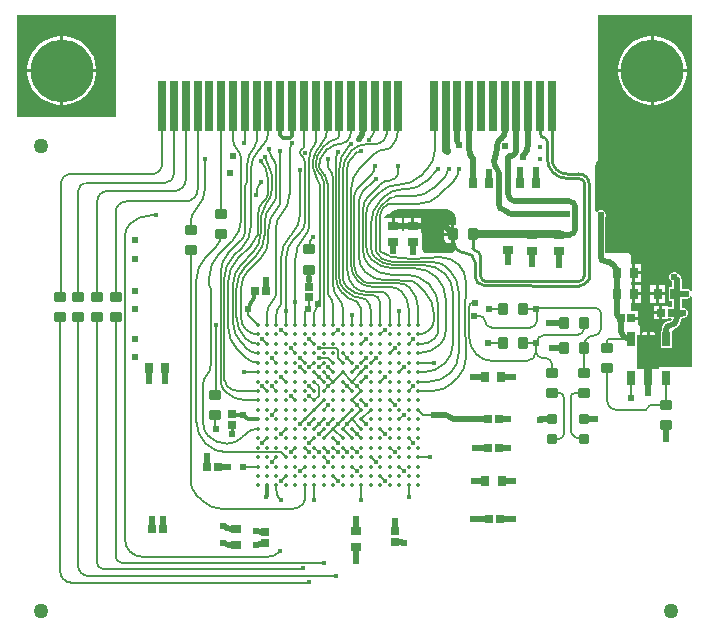
<source format=gtl>
G04*
G04 #@! TF.GenerationSoftware,Altium Limited,Altium Designer,23.0.1 (38)*
G04*
G04 Layer_Physical_Order=1*
G04 Layer_Color=255*
%FSLAX45Y45*%
%MOMM*%
G71*
G04*
G04 #@! TF.SameCoordinates,E124BC29-41F8-45E3-8FB8-A4B905A5A323*
G04*
G04*
G04 #@! TF.FilePolarity,Positive*
G04*
G01*
G75*
%ADD12C,0.12700*%
%ADD16C,0.35000*%
%ADD17R,0.68000X1.20000*%
%ADD18R,0.64000X0.64000*%
%ADD19R,0.75000X0.95000*%
G04:AMPARAMS|DCode=20|XSize=1mm|YSize=0.9mm|CornerRadius=0.1125mm|HoleSize=0mm|Usage=FLASHONLY|Rotation=0.000|XOffset=0mm|YOffset=0mm|HoleType=Round|Shape=RoundedRectangle|*
%AMROUNDEDRECTD20*
21,1,1.00000,0.67500,0,0,0.0*
21,1,0.77500,0.90000,0,0,0.0*
1,1,0.22500,0.38750,-0.33750*
1,1,0.22500,-0.38750,-0.33750*
1,1,0.22500,-0.38750,0.33750*
1,1,0.22500,0.38750,0.33750*
%
%ADD20ROUNDEDRECTD20*%
G04:AMPARAMS|DCode=21|XSize=1mm|YSize=0.9mm|CornerRadius=0.1125mm|HoleSize=0mm|Usage=FLASHONLY|Rotation=270.000|XOffset=0mm|YOffset=0mm|HoleType=Round|Shape=RoundedRectangle|*
%AMROUNDEDRECTD21*
21,1,1.00000,0.67500,0,0,270.0*
21,1,0.77500,0.90000,0,0,270.0*
1,1,0.22500,-0.33750,-0.38750*
1,1,0.22500,-0.33750,0.38750*
1,1,0.22500,0.33750,0.38750*
1,1,0.22500,0.33750,-0.38750*
%
%ADD21ROUNDEDRECTD21*%
G04:AMPARAMS|DCode=22|XSize=0.8mm|YSize=0.8mm|CornerRadius=0.1mm|HoleSize=0mm|Usage=FLASHONLY|Rotation=270.000|XOffset=0mm|YOffset=0mm|HoleType=Round|Shape=RoundedRectangle|*
%AMROUNDEDRECTD22*
21,1,0.80000,0.60000,0,0,270.0*
21,1,0.60000,0.80000,0,0,270.0*
1,1,0.20000,-0.30000,-0.30000*
1,1,0.20000,-0.30000,0.30000*
1,1,0.20000,0.30000,0.30000*
1,1,0.20000,0.30000,-0.30000*
%
%ADD22ROUNDEDRECTD22*%
%ADD23R,0.64000X0.64000*%
%ADD24R,0.95000X0.75000*%
%ADD41C,0.30480*%
%ADD42C,0.63500*%
%ADD43C,0.15240*%
%ADD44C,0.20320*%
%ADD45C,0.50800*%
%ADD46C,0.25400*%
%AMCUSTOMSHAPE47*
4,1,4,-0.34000,-0.60000,-0.34000,3.65000,0.34000,3.65000,0.34000,-0.60000,-0.34000,-0.60000,0.0*%
%ADD47CUSTOMSHAPE47*%

%ADD48R,0.70000X4.20000*%
%ADD49C,1.27000*%
%ADD50R,0.70000X4.19999*%
%ADD51R,1.90000X2.95000*%
%ADD52C,5.30000*%
%ADD53C,0.35560*%
%ADD54C,0.60960*%
%ADD55C,0.40640*%
G36*
X8753198Y10384983D02*
D01*
X8753933D01*
X8755370Y10384697D01*
X8756726Y10384135D01*
X8757945Y10383321D01*
X8758982Y10382284D01*
X8759797Y10381064D01*
X8760358Y10379709D01*
X8760644Y10378273D01*
Y10377539D01*
X8760644Y9520000D01*
X7922556D01*
Y10384983D01*
X8753198Y10384983D01*
D02*
G37*
G36*
X11579717Y8733601D02*
X11598218Y8725938D01*
X11614868Y8714812D01*
X11625765Y8703916D01*
X11631763Y8694940D01*
X11635894Y8684966D01*
X11638000Y8674378D01*
Y8601618D01*
X11625700D01*
Y8525500D01*
Y8449382D01*
X11638000D01*
Y8425343D01*
X11634720Y8408853D01*
X11628286Y8393319D01*
X11618945Y8379339D01*
X11613000Y8373395D01*
X11611145Y8371540D01*
X11606782Y8368624D01*
X11601934Y8366616D01*
X11596788Y8365593D01*
X11392186D01*
X11384283Y8367165D01*
X11376838Y8370248D01*
X11367289Y8377574D01*
X11364589Y8380275D01*
X11360345Y8386626D01*
X11357422Y8393683D01*
X11355932Y8401175D01*
Y8510216D01*
X11355694Y8515065D01*
X11353802Y8524577D01*
X11350090Y8533537D01*
X11347378Y8537595D01*
Y8587300D01*
X11201578D01*
Y8551601D01*
X11183886D01*
Y8587300D01*
X11110986D01*
Y8600000D01*
X11098286D01*
Y8662900D01*
X11040982D01*
X11031339Y8672806D01*
X11031811Y8673945D01*
X11036819Y8681440D01*
X11054696Y8699317D01*
X11075036Y8702365D01*
X11083392Y8710721D01*
X11103044Y8723852D01*
X11124879Y8732897D01*
X11148060Y8737508D01*
X11560076D01*
X11579717Y8733601D01*
D02*
G37*
G36*
X13636343Y8049452D02*
X13623643Y8046925D01*
X13623067Y8048319D01*
X13610919Y8060466D01*
X13595049Y8067040D01*
X13577872D01*
X13562001Y8060466D01*
X13550153Y8062774D01*
Y8143299D01*
X13550571D01*
X13545959Y8166478D01*
X13532829Y8186128D01*
X13522923Y8192748D01*
X13514459Y8201211D01*
X13498589Y8207785D01*
X13481412D01*
X13465541Y8201211D01*
X13453394Y8189065D01*
X13446820Y8173194D01*
Y8156016D01*
X13453394Y8140146D01*
X13465541Y8127999D01*
X13472459Y8125133D01*
Y8081643D01*
X13439799D01*
Y7961243D01*
X13472459D01*
Y7907558D01*
X13431400D01*
Y7920258D01*
X13386700D01*
Y7862858D01*
Y7805458D01*
X13431400D01*
Y7818158D01*
X13455840D01*
X13465269Y7807694D01*
X13464015Y7798924D01*
X13458649Y7795338D01*
X13450148Y7793648D01*
Y7793551D01*
X13447807Y7793085D01*
X13432332Y7791048D01*
X13415730Y7784171D01*
X13401472Y7773232D01*
X13390533Y7758975D01*
X13383656Y7742373D01*
X13381619Y7726897D01*
X13381152Y7724556D01*
Y7711620D01*
X13373300D01*
Y7566220D01*
X13466701D01*
Y7711620D01*
X13476060Y7719159D01*
X13500206Y7729161D01*
X13520940Y7745071D01*
X13536850Y7765805D01*
X13546851Y7789951D01*
X13549007Y7806317D01*
X13555330Y7816398D01*
X13566357Y7818591D01*
X13570322D01*
X13586191Y7825165D01*
X13598338Y7837312D01*
X13604912Y7853182D01*
Y7870360D01*
X13598338Y7886231D01*
X13586191Y7898378D01*
X13570322Y7904951D01*
X13553143D01*
X13550153Y7906949D01*
Y7982596D01*
X13573245D01*
X13577872Y7980680D01*
X13595049D01*
X13610919Y7987254D01*
X13623067Y7999401D01*
X13623643Y8000795D01*
X13636343Y7998268D01*
X13636343Y7400000D01*
X13329898D01*
Y7673920D01*
X13327927Y7683831D01*
X13322311Y7692233D01*
X13313911Y7697846D01*
X13303999Y7699818D01*
X13282700D01*
Y7308920D01*
X13257300D01*
Y7699818D01*
X13236000D01*
X13226089Y7697846D01*
X13217686Y7692233D01*
X13212073Y7683831D01*
X13210539Y7676122D01*
X13197839Y7677373D01*
Y7741920D01*
X13197493Y7745447D01*
X13194794Y7751965D01*
X13189804Y7756953D01*
X13183400Y7759606D01*
Y7803868D01*
X13126001D01*
Y7829268D01*
X13183400D01*
Y7873968D01*
X13125999D01*
Y7948543D01*
X13132152D01*
Y8021443D01*
Y8094343D01*
X13125999D01*
Y8126905D01*
X13130594D01*
Y8199806D01*
Y8272705D01*
X13125999D01*
Y8339416D01*
X13125497Y8344522D01*
X13121588Y8353959D01*
X13114366Y8361181D01*
X13104930Y8365089D01*
X13099823Y8365593D01*
X12903947D01*
Y8667749D01*
X12908279Y8678211D01*
Y8695389D01*
X12901706Y8711259D01*
X12889558Y8723406D01*
X12873689Y8729980D01*
X12856511D01*
X12840640Y8723406D01*
X12832080Y8714846D01*
X12819380Y8719918D01*
Y9112596D01*
X12822249Y9116889D01*
X12825581Y9123648D01*
X12829352Y9130178D01*
X12835168Y9144221D01*
X12837120Y9151502D01*
X12839542Y9158639D01*
X12842506Y9173548D01*
X12842879Y9179197D01*
X12843892Y9184768D01*
X12844266Y9192368D01*
X12844110Y9194260D01*
X12844357Y9196142D01*
X12844357Y10384984D01*
X13636343D01*
Y8049452D01*
D02*
G37*
%LPC*%
G36*
X8325355Y10203140D02*
X8315200D01*
Y9925440D01*
X8592900D01*
Y9935595D01*
X8585749Y9980742D01*
X8571624Y10024215D01*
X8550872Y10064943D01*
X8524005Y10101923D01*
X8491683Y10134244D01*
X8454703Y10161112D01*
X8413975Y10181864D01*
X8370502Y10195989D01*
X8325355Y10203140D01*
D02*
G37*
G36*
X8289800D02*
X8279645D01*
X8234498Y10195989D01*
X8191025Y10181864D01*
X8150297Y10161112D01*
X8113317Y10134244D01*
X8080996Y10101923D01*
X8054128Y10064943D01*
X8033376Y10024215D01*
X8019251Y9980742D01*
X8012100Y9935595D01*
Y9925440D01*
X8289800D01*
Y10203140D01*
D02*
G37*
G36*
X8592900Y9900040D02*
X8315200D01*
Y9622340D01*
X8325355D01*
X8370502Y9629491D01*
X8413975Y9643616D01*
X8454703Y9664368D01*
X8491683Y9691235D01*
X8524005Y9723557D01*
X8550872Y9760537D01*
X8571624Y9801265D01*
X8585749Y9844738D01*
X8592900Y9889885D01*
Y9900040D01*
D02*
G37*
G36*
X8289800D02*
X8012100D01*
Y9889885D01*
X8019251Y9844738D01*
X8033376Y9801265D01*
X8054128Y9760537D01*
X8080996Y9723557D01*
X8113317Y9691235D01*
X8150297Y9664368D01*
X8191025Y9643616D01*
X8234498Y9629491D01*
X8279645Y9622340D01*
X8289800D01*
Y9900040D01*
D02*
G37*
G36*
X11347378Y8662900D02*
X11287178D01*
Y8612700D01*
X11347378D01*
Y8662900D01*
D02*
G37*
G36*
X11261778D02*
X11201578D01*
Y8612700D01*
X11261778D01*
Y8662900D01*
D02*
G37*
G36*
X11183886D02*
X11123686D01*
Y8612700D01*
X11183886D01*
Y8662900D01*
D02*
G37*
G36*
X11600300Y8601618D02*
X11579250D01*
X11564950Y8598774D01*
X11552827Y8590673D01*
X11544727Y8578550D01*
X11541882Y8564250D01*
Y8538200D01*
X11600300D01*
Y8601618D01*
D02*
G37*
G36*
Y8512800D02*
X11541882D01*
Y8486750D01*
X11544727Y8472450D01*
X11552827Y8460327D01*
X11564950Y8452227D01*
X11579250Y8449382D01*
X11600300D01*
Y8512800D01*
D02*
G37*
G36*
X13325356Y10203140D02*
X13315199D01*
Y9925440D01*
X13592900D01*
Y9935595D01*
X13585748Y9980742D01*
X13571625Y10024215D01*
X13550871Y10064943D01*
X13524004Y10101923D01*
X13491682Y10134244D01*
X13454703Y10161112D01*
X13413976Y10181864D01*
X13370502Y10195989D01*
X13325356Y10203140D01*
D02*
G37*
G36*
X13289799D02*
X13279645D01*
X13234499Y10195989D01*
X13191025Y10181864D01*
X13150298Y10161112D01*
X13113316Y10134244D01*
X13080995Y10101923D01*
X13054128Y10064943D01*
X13033376Y10024215D01*
X13019250Y9980742D01*
X13012100Y9935595D01*
Y9925440D01*
X13289799D01*
Y10203140D01*
D02*
G37*
G36*
X13592900Y9900040D02*
X13315199D01*
Y9622340D01*
X13325356D01*
X13370502Y9629491D01*
X13413976Y9643616D01*
X13454703Y9664368D01*
X13491682Y9691235D01*
X13524004Y9723557D01*
X13550871Y9760537D01*
X13571625Y9801265D01*
X13585748Y9844738D01*
X13592900Y9889885D01*
Y9900040D01*
D02*
G37*
G36*
X13289799D02*
X13012100D01*
Y9889885D01*
X13019250Y9844738D01*
X13033376Y9801265D01*
X13054128Y9760537D01*
X13080995Y9723557D01*
X13113316Y9691235D01*
X13150298Y9664368D01*
X13191025Y9643616D01*
X13234499Y9629491D01*
X13279645Y9622340D01*
X13289799D01*
Y9900040D01*
D02*
G37*
G36*
X13206194Y8272705D02*
X13155994D01*
Y8212506D01*
X13206194D01*
Y8272705D01*
D02*
G37*
G36*
Y8187106D02*
X13155994D01*
Y8126905D01*
X13206194D01*
Y8187106D01*
D02*
G37*
G36*
X13412900Y8094343D02*
X13362700D01*
Y8034143D01*
X13412900D01*
Y8094343D01*
D02*
G37*
G36*
X13337300D02*
X13287100D01*
Y8034143D01*
X13337300D01*
Y8094343D01*
D02*
G37*
G36*
X13207751D02*
X13157552D01*
Y8034143D01*
X13207751D01*
Y8094343D01*
D02*
G37*
G36*
X13412900Y8008743D02*
X13362700D01*
Y7948543D01*
X13412900D01*
Y8008743D01*
D02*
G37*
G36*
X13337300D02*
X13287100D01*
Y7948543D01*
X13337300D01*
Y8008743D01*
D02*
G37*
G36*
X13207751Y8008743D02*
X13157552D01*
Y7948543D01*
X13207751D01*
Y8008743D01*
D02*
G37*
G36*
X13361301Y7920258D02*
X13316600D01*
Y7875558D01*
X13361301D01*
Y7920258D01*
D02*
G37*
G36*
Y7850158D02*
X13316600D01*
Y7805458D01*
X13361301D01*
Y7850158D01*
D02*
G37*
%LPD*%
D12*
X12238288Y7454000D02*
G03*
X12318288Y7534000I0J80000D01*
G01*
X11751064Y7856993D02*
G03*
X11752499Y7862777I-11265J5865D01*
G01*
Y7804816D02*
G03*
X11751056Y7810617I-12700J-80D01*
G01*
X11752499Y7654000D02*
G03*
X11952499Y7454000I200000J0D01*
G01*
X11783394Y7946668D02*
G03*
X11752499Y7915773I0J-30895D01*
G01*
X11724638Y8122532D02*
G03*
X11724640Y8122734I-12699J209D01*
G01*
X11719907Y7835030D02*
G03*
X11719903Y7832821I74920J-1233D01*
G01*
X11724640Y7482840D02*
G03*
X11724639Y7483011I-12701J-0D01*
G01*
X11751064Y7856993D02*
G03*
X11751056Y7810617I43763J-23196D01*
G01*
X11882499Y7798849D02*
G03*
X11847551Y7833797I-34948J0D01*
G01*
X12328312Y7889970D02*
G03*
X12320000Y7898282I-8312J0D01*
G01*
X12328312Y7906593D02*
G03*
X12320000Y7898282I0J-8312D01*
G01*
X12266031Y7736568D02*
G03*
X12328312Y7798849I0J62280D01*
G01*
X11882499D02*
G03*
X11944779Y7736568I62280J0D01*
G01*
X12650605Y7184395D02*
G03*
X12611165Y7144954I0J-39441D01*
G01*
Y6880000D02*
G03*
X12696165Y6795000I85000J0D01*
G01*
X12555000Y7142297D02*
G03*
X12512902Y7184395I-42098J0D01*
G01*
X12510000Y6795000D02*
G03*
X12555000Y6840000I0J45000D01*
G01*
X12870000Y7850893D02*
G03*
X12814301Y7906593I-55700J0D01*
G01*
X12806680Y7668260D02*
G03*
X12870000Y7731580I0J63320D01*
G01*
X12806680Y7668260D02*
G03*
X12725000Y7586580I0J-81680D01*
G01*
X12720000Y7354395D02*
G03*
X12725000Y7359395I0J5000D01*
G01*
X10354395Y8501500D02*
G03*
X10400000Y8611601I-110101J110101D01*
G01*
X10327914Y8548974D02*
G03*
X10360000Y8626436I-77462J77462D01*
G01*
X10354395Y8501500D02*
G03*
X10280000Y8321895I179605J-179605D01*
G01*
X10274395Y8495455D02*
G03*
X10200000Y8315850I179605J-179605D01*
G01*
X11553738Y9023569D02*
G03*
X11577320Y9080500I-56931J56931D01*
G01*
X11621948Y8979751D02*
G03*
X11663680Y9080500I-100749J100749D01*
G01*
X10880000Y9289185D02*
G03*
X10760409Y9239649I0J-169126D01*
G01*
X10805361Y9219719D02*
G03*
X10805337Y9219696I29056J-29103D01*
G01*
X11058397Y8015878D02*
G03*
X10996202Y8041640I-62195J-62195D01*
G01*
X10834417Y9231741D02*
G03*
X10805361Y9219719I0J-41124D01*
G01*
X10044574Y9010131D02*
G03*
X9989123Y9144000I-189320J0D01*
G01*
X10120000Y6359062D02*
G03*
X10155132Y6274247I119946J0D01*
G01*
X10044164Y5796560D02*
G03*
X10152503Y5841435I0J153214D01*
G01*
X8880000Y5840000D02*
G03*
X8984873Y5796560I104873J104873D01*
G01*
X8840000Y5936568D02*
G03*
X8880000Y5840000I136568J0D01*
G01*
X8877026Y8612166D02*
G03*
X8840000Y8522777I89389J-89389D01*
G01*
X9056631Y8686561D02*
G03*
X8877026Y8612166I0J-254000D01*
G01*
X9989021Y8965805D02*
G03*
X9950350Y8872443I93362J-93362D01*
G01*
X10902634Y8110384D02*
G03*
X10907690Y8110220I5057J77885D01*
G01*
X10797552Y8188738D02*
G03*
X10799613Y8185969I11125J6127D01*
G01*
X10865861Y8122460D02*
G03*
X10901183Y8110580I64481J133262D01*
G01*
X10921807Y9027987D02*
G03*
X10952501Y9102089I-74102J74102D01*
G01*
X10777901Y8266341D02*
G03*
X10797552Y8188738I163060J0D01*
G01*
X10901183Y8110580D02*
G03*
X10902634Y8110385I2418J12468D01*
G01*
X9596649Y6894122D02*
G03*
X9602498Y6880000I19971J0D01*
G01*
X9626894Y8351771D02*
G03*
X9552499Y8172166I179605J-179605D01*
G01*
X9563631Y8066438D02*
G03*
X9552499Y8093314I-38008J0D01*
G01*
X9530600Y7336568D02*
G03*
X9500649Y7264260I72308J-72308D01*
G01*
Y6921081D02*
G03*
X9542187Y6820798I141821J0D01*
G01*
D02*
G03*
X9702499Y6754395I160312J160312D01*
G01*
D02*
G03*
X9831137Y6807679I0J181922D01*
G01*
X9960000Y6880000D02*
G03*
X9863478Y6840020I0J-136502D01*
G01*
X9530600Y7336568D02*
G03*
X9563631Y7416313I-79745J79745D01*
G01*
X9596649Y7165000D02*
G03*
X9604921Y7184971I-19971J19971D01*
G01*
X9602498Y7240000D02*
G03*
X9604921Y7245849I-5849J5849D01*
G01*
X10034304Y8830174D02*
G03*
X10042003Y8843862I-106099J68694D01*
G01*
X9781540Y7827118D02*
G03*
X9855935Y7647513I254000J0D01*
G01*
X10031529Y8826962D02*
G03*
X10033248Y8828781I-31493J31493D01*
G01*
X9752498Y7781764D02*
G03*
X9826893Y7602159I254000J0D01*
G01*
X10042677Y8845597D02*
G03*
X10044574Y8858455I-42641J12858D01*
G01*
X10042003Y8843862D02*
G03*
X10042677Y8845597I-11470J5454D01*
G01*
X10033319Y8828864D02*
G03*
X10034304Y8830174I-9639J8269D01*
G01*
X11000000Y7943877D02*
G03*
X10979246Y7993982I-70860J0D01*
G01*
X11080000Y7968726D02*
G03*
X11061934Y8012341I-61681J0D01*
G01*
X11269009Y8316366D02*
G03*
X11268810Y8316388I-1496J-12613D01*
G01*
X11269009Y8316366D02*
G03*
X11277947Y8316185I5469J49227D01*
G01*
X11082322Y8339416D02*
G03*
X11099699Y8334244I22579J44084D01*
G01*
X11000906Y8388878D02*
G03*
X11007817Y8377574I12701J0D01*
G01*
X11112765Y8266340D02*
G03*
X11112596Y8266341I-169J-12700D01*
G01*
X11273931Y8265264D02*
G03*
X11275608Y8265269I547J100328D01*
G01*
X11366917Y8291741D02*
G03*
X11366469Y8291739I0J-38101D01*
G01*
X11366917Y8266341D02*
G03*
X11366768Y8266340I0J-12701D01*
G01*
X11392100Y8290604D02*
G03*
X11392508Y8290577I1058J12657D01*
G01*
X11513069Y8332654D02*
G03*
X11512452Y8332639I-1J-12701D01*
G01*
X11442094Y8288034D02*
G03*
X11442700Y8288020I606J12686D01*
G01*
X11112850Y8291740D02*
G03*
X11112596Y8291741I-254J-38100D01*
G01*
X11663500Y8270343D02*
G03*
X11513069Y8332654I-150432J-150432D01*
G01*
X11441926Y8288043D02*
G03*
X11441946Y8288042I770J12678D01*
G01*
X11274103Y8290664D02*
G03*
X11275310Y8290667I375J74929D01*
G01*
X10463432Y7915773D02*
G03*
X10440000Y7859203I56569J-56569D01*
G01*
X10463432Y7915773D02*
G03*
X10485622Y7969344I-53571J53571D01*
G01*
X10524473Y7932684D02*
G03*
X10524489Y7934181I-49513J1283D01*
G01*
X10520000Y8973645D02*
G03*
X10520000Y8973590I12701J0D01*
G01*
X11463817Y7651316D02*
G03*
X11492266Y7720000I-68684J68684D01*
G01*
Y7913709D02*
G03*
X11417871Y8093314I-254000J0D01*
G01*
X11367290Y7360000D02*
G03*
X11546895Y7434395I0J254000D01*
G01*
X11505995Y7594395D02*
G03*
X11552500Y7706668I-112273J112273D01*
G01*
X11663680Y8039332D02*
G03*
X11589285Y8218937I-254000J0D01*
G01*
X11613000Y8039908D02*
G03*
X11552500Y8185969I-206561J0D01*
G01*
Y7980758D02*
G03*
X11478105Y8160364I-254000J0D01*
G01*
X11546895Y7434395D02*
G03*
X11613000Y7593987I-159592J159592D01*
G01*
X11419840Y7720000D02*
G03*
X11452500Y7798849I-78848J78848D01*
G01*
Y7855370D02*
G03*
X11378105Y8034975I-254000J0D01*
G01*
X11323272Y7680000D02*
G03*
X11419840Y7720000I0J136568D01*
G01*
X11326390Y7520000D02*
G03*
X11505995Y7594395I0J254000D01*
G01*
X11724640Y8122738D02*
G03*
X11663500Y8270343I-208746J0D01*
G01*
X11080426Y8982786D02*
G03*
X10996289Y8947935I0J-118989D01*
G01*
X11355932Y7600000D02*
G03*
X11452500Y7640000I0J136568D01*
G01*
X10465193Y8994806D02*
G03*
X10467984Y8990461I11860J4546D01*
G01*
X10485622Y8947935D02*
G03*
X10468024Y8990420I-60082J0D01*
G01*
X9747785Y8472662D02*
G03*
X9822180Y8652267I-179605J179605D01*
G01*
X9752498Y9328830D02*
G03*
X9787355Y9244679I119007J0D01*
G01*
X9822180Y9160603D02*
G03*
X9787355Y9244679I-118901J0D01*
G01*
X9712960Y8365593D02*
G03*
X9648576Y8210156I155437J-155437D01*
G01*
X9861295Y8947935D02*
G03*
X9852498Y8926697I21238J-21238D01*
G01*
X9648576Y7283791D02*
G03*
X9685605Y7194395I126424J0D01*
G01*
D02*
G03*
X9865210Y7120000I179605J179605D01*
G01*
X9861295Y8947935D02*
G03*
X9873748Y8977998I-30063J30063D01*
G01*
X9824167Y8476799D02*
G03*
X9852498Y8545198I-68399J68399D01*
G01*
X9702499Y7240000D02*
G03*
X9799067Y7200000I96568J96568D01*
G01*
X9754395Y8339916D02*
G03*
X9680000Y8160311I179605J-179605D01*
G01*
Y7294317D02*
G03*
X9702499Y7240000I76816J0D01*
G01*
X9828181Y8413703D02*
G03*
X9902576Y8593308I-179605J179605D01*
G01*
X9976971Y9248444D02*
G03*
X9902576Y9068839I179605J-179605D01*
G01*
X9928204Y9254549D02*
G03*
X9873748Y9123080I131469J-131469D01*
G01*
X9928204Y9254549D02*
G03*
X9952498Y9313200I-58650J58650D01*
G01*
X10080000Y9021018D02*
G03*
X10079336Y9025069I-12701J0D01*
G01*
X10035520Y8791512D02*
G03*
X10032840Y8787467I9053J-8908D01*
G01*
X9990082Y8684313D02*
G03*
X9989123Y8679472I11742J-4841D01*
G01*
X10120000Y9084202D02*
G03*
X10080000Y9180771I-136569J0D01*
G01*
X10059673Y9229844D02*
G03*
X10080000Y9180771I69399J0D01*
G01*
X10000000Y9271473D02*
G03*
X10052498Y9398214I-126741J126741D01*
G01*
X10344718Y9253322D02*
G03*
X10344681Y9180771I15282J-36283D01*
G01*
X10344718Y9253322D02*
G03*
X10352415Y9264849I-5003J11673D01*
G01*
X10640000Y9219719D02*
G03*
X10624820Y9183073I36647J-36647D01*
G01*
X9965154Y8702365D02*
G03*
X9963723Y8679472I182447J-22894D01*
G01*
X10006323Y8801756D02*
G03*
X9965154Y8702366I99391J-99391D01*
G01*
X10035564Y8791556D02*
G03*
X10080000Y8898868I-107360J107312D01*
G01*
X9962361Y8524037D02*
G03*
X9963009Y8527137I-12011J4126D01*
G01*
X9902576Y8429332D02*
G03*
X9962343Y8523983I-179605J179605D01*
G01*
X9787355Y8314111D02*
G03*
X9712960Y8134505I179605J-179605D01*
G01*
Y7733791D02*
G03*
X9787355Y7554186I254000J0D01*
G01*
X9963009Y8527137D02*
G03*
X9963723Y8545198I-227885J18061D01*
G01*
X9860203Y7481338D02*
G03*
X9960000Y7440000I99797J99797D01*
G01*
X9914728Y8365593D02*
G03*
X9989123Y8545198I-179605J179605D01*
G01*
X9826893Y8277758D02*
G03*
X9752498Y8098153I179605J-179605D01*
G01*
X9873027Y7556025D02*
G03*
X9960000Y7520000I86973J86973D01*
G01*
X10080000Y8771487D02*
G03*
X10019590Y8625645I145842J-145842D01*
G01*
X10080000Y8771487D02*
G03*
X10120000Y8868056I-96569J96569D01*
G01*
X9945195Y8342004D02*
G03*
X10019590Y8521609I-179605J179605D01*
G01*
X9855935Y8252743D02*
G03*
X9781540Y8073138I179605J-179605D01*
G01*
X9863459Y7639989D02*
G03*
X9960000Y7600000I96541J96541D01*
G01*
X10126893Y8745888D02*
G03*
X10052498Y8566283I179605J-179605D01*
G01*
X10126893Y8745888D02*
G03*
X10152503Y8807716I-61828J61828D01*
G01*
X9989123Y8328060D02*
G03*
X10052498Y8481060I-153000J153000D01*
G01*
X9880000Y8218937D02*
G03*
X9822180Y8079347I139590J-139590D01*
G01*
Y7815318D02*
G03*
X9861295Y7720885I133549J0D01*
G01*
D02*
G03*
X9960000Y7680000I98704J98704D01*
G01*
X10252502Y9296400D02*
G03*
X10230971Y9244418I51982J-51982D01*
G01*
X10156576Y8687053D02*
G03*
X10230971Y8866659I-179605J179605D01*
G01*
X10152492Y8682969D02*
G03*
X10120000Y8604512I78479J-78457D01*
G01*
X10080000Y7950433D02*
G03*
X10040000Y7853864I96568J-96568D01*
G01*
X10080000Y7950433D02*
G03*
X10120000Y8047002I-96569J96569D01*
G01*
X10152503Y7926571D02*
G03*
X10120000Y7848103I78468J-78468D01*
G01*
X10152503Y7926571D02*
G03*
X10160000Y7944671I-18100J18100D01*
G01*
X10245605Y8520184D02*
G03*
X10320000Y8699790I-179605J179605D01*
G01*
X10234395Y8508974D02*
G03*
X10160000Y8329369I179605J-179605D01*
G01*
X10352502Y9162101D02*
G03*
X10360000Y9144000I25598J0D01*
G01*
X10352502Y9169125D02*
G03*
X10344681Y9180771I-12700J-80D01*
G01*
X10440000Y9278582D02*
G03*
X10400000Y9182014I96568J-96568D01*
G01*
X10440000Y9278582D02*
G03*
X10452502Y9308765I-30183J30183D01*
G01*
X10427102Y9119814D02*
G03*
X10436275Y9070251I138477J0D01*
G01*
X10463780Y9240212D02*
G03*
X10427102Y9119814I179266J-120398D01*
G01*
X10495904Y9287597D02*
G03*
X10494306Y9285663I8946J-9015D01*
G01*
X10495904Y9287597D02*
G03*
X10552502Y9424286I-136757J136688D01*
G01*
X10600000Y9324340D02*
G03*
X10562617Y9308856I0J-52867D01*
G01*
X10508311Y9254549D02*
G03*
X10452502Y9119814I134736J-134736D01*
G01*
D02*
G03*
X10485622Y9039856I113077J0D01*
G01*
X10480000Y9102211D02*
G03*
X10482357Y9094831I12701J-11D01*
G01*
X10530093Y9222991D02*
G03*
X10480000Y9102212I120935J-120935D01*
G01*
X10541929Y9000059D02*
G03*
X10526426Y9032977I-98780J-26414D01*
G01*
X10642859Y9342093D02*
G03*
X10652502Y9365371I-23279J23279D01*
G01*
X10600000Y9324340D02*
G03*
X10642859Y9342093I0J60612D01*
G01*
X10520000Y8973645D02*
G03*
X10497491Y9027987I-76850J0D01*
G01*
X10676646Y9296400D02*
G03*
X10551781Y9244679I0J-176586D01*
G01*
X10552502Y8958854D02*
G03*
X10552071Y8962134I-12701J0D01*
G01*
X10676646Y9296400D02*
G03*
X10714732Y9312176I0J53862D01*
G01*
X10552502Y8030443D02*
G03*
X10560000Y8012341I25600J0D01*
G01*
X10600000Y7915773D02*
G03*
X10560000Y8012341I-136568J0D01*
G01*
X10714732Y9312176D02*
G03*
X10752501Y9403358I-91182J91182D01*
G01*
X10552502Y9106883D02*
G03*
X10560000Y9088781I25600J0D01*
G01*
X10599420Y8993612D02*
G03*
X10560000Y9088781I-134589J0D01*
G01*
X10599973Y8144947D02*
G03*
X10599973Y8144949I-12673J-828D01*
G01*
X10600000Y8144199D02*
G03*
X10599973Y8144947I-12700J-80D01*
G01*
X10599420Y8160364D02*
G03*
X10599973Y8144949I215117J0D01*
G01*
X10600000Y8099731D02*
G03*
X10652502Y7972980I179252J0D01*
G01*
X10680000Y7906593D02*
G03*
X10652502Y7972980I-93885J0D01*
G01*
X10624820Y8160364D02*
G03*
X10680387Y8026213I189717J0D01*
G01*
X10792816Y7959387D02*
G03*
X10760000Y7972980I-32816J-32816D01*
G01*
X10714967Y7991633D02*
G03*
X10760000Y7972980I45033J45033D01*
G01*
X10840000Y7867905D02*
G03*
X10808677Y7943526I-106944J0D01*
G01*
X10726897Y9263580D02*
G03*
X10652502Y9083974I179605J-179605D01*
G01*
Y8156103D02*
G03*
X10689575Y8066601I126575J0D01*
G01*
X10714743Y8041432D02*
G03*
X10850981Y7985000I136238J136238D01*
G01*
X10880000Y7972980D02*
G03*
X10850981Y7985000I-29019J-29019D01*
G01*
X10920000Y7876412D02*
G03*
X10880000Y7972980I-136568J0D01*
G01*
X10752501Y9231741D02*
G03*
X10680000Y9056708I175033J-175033D01*
G01*
X10720000Y8076175D02*
G03*
X10874108Y8012341I154108J154108D01*
G01*
X10680000Y8172743D02*
G03*
X10720000Y8076175I136567J0D01*
G01*
X10946347Y9289185D02*
G03*
X11031220Y9324340I0J120028D01*
G01*
X10979019Y7994209D02*
G03*
X10935244Y8012341I-43776J-43776D01*
G01*
X11031220Y9324340D02*
G03*
X11052501Y9375717I-51377J51377D01*
G01*
X11058397Y9248140D02*
G03*
X11087420Y9260162I0J41045D01*
G01*
X11058397Y9248140D02*
G03*
X10935244Y9197128I0J-174166D01*
G01*
X10826896Y9088781D02*
G03*
X10752501Y8909176I179605J-179605D01*
G01*
X11087420Y9260162D02*
G03*
X11152501Y9417280I-157118J157118D01*
G01*
X10960000Y8992540D02*
G03*
X10953103Y8989683I0J-9754D01*
G01*
X10752501Y9166860D02*
G03*
X10720000Y9088394I78466J-78466D01*
G01*
Y8222067D02*
G03*
X10777901Y8082280I197688J0D01*
G01*
D02*
G03*
X10876015Y8041640I98114J98114D01*
G01*
X11321047Y8784060D02*
G03*
X11500652Y8858455I0J254000D01*
G01*
X11073246Y8784060D02*
G03*
X11066698Y8781066I1790J-12573D01*
G01*
X11016661Y8737352D02*
G03*
X11016837Y8737507I-16712J19128D01*
G01*
X11016661Y8737352D02*
G03*
X11000906Y8699317I38035J-38035D01*
G01*
X10960590Y8664831D02*
G03*
X10960000Y8661003I12110J-3828D01*
G01*
X11085134Y8830901D02*
G03*
X11085816Y8831542I-8356J9565D01*
G01*
X10999949Y8756480D02*
G03*
X10998631Y8755243I16712J-19128D01*
G01*
D02*
G03*
X10979246Y8723363I56064J-55926D01*
G01*
X11125742Y8848056D02*
G03*
X11085816Y8831542I0J-56524D01*
G01*
X11392017Y8290611D02*
G03*
X11366917Y8291741I-25100J-278270D01*
G01*
X11273015Y8848056D02*
G03*
X11452620Y8922451I0J254000D01*
G01*
X10960000Y8396060D02*
G03*
X10976256Y8356808I55516J0D01*
G01*
X11017296Y8315768D02*
G03*
X11112596Y8291741I95299J176981D01*
G01*
X11558840Y8249382D02*
G03*
X11465560Y8288020I-93280J-93280D01*
G01*
X11595295Y7354395D02*
G03*
X11663680Y7519491I-165096J165096D01*
G01*
X11415690Y7280000D02*
G03*
X11595295Y7354395I0J254000D01*
G01*
X10996202Y8806041D02*
G03*
X10921807Y8626436I179605J-179605D01*
G01*
X11546522Y8191946D02*
G03*
X11366917Y8266341I-179605J-179605D01*
G01*
X11473864Y8164605D02*
G03*
X11294258Y8239000I-179605J-179605D01*
G01*
X11438470Y7200000D02*
G03*
X11618075Y7274395I0J254000D01*
G01*
X11652600Y7308920D02*
G03*
X11724640Y7482840I-173920J173920D01*
G01*
X11178540Y8906180D02*
G03*
X11038217Y8848056I0J-198447D01*
G01*
X10952501Y8332654D02*
G03*
X11112596Y8266341I160094J160094D01*
G01*
X10921807Y8406756D02*
G03*
X10952501Y8332654I104795J0D01*
G01*
X11212736Y8906180D02*
G03*
X11392341Y8980575I0J254000D01*
G01*
X11463817Y9585419D02*
G03*
X11452500Y9612740I-38638J0D01*
G01*
X11389422Y9070311D02*
G03*
X11463817Y9249916I-179605J179605D01*
G01*
X11161836Y8947935D02*
G03*
X11341442Y9022330I0J254000D01*
G01*
X11152172Y8947935D02*
G03*
X11000906Y8885279I0J-213923D01*
G01*
X10921807Y8806180D02*
G03*
X10880000Y8705249I100931J-100931D01*
G01*
Y8421060D02*
G03*
X10924102Y8314588I150575J0D01*
G01*
X10925295Y8313395D02*
G03*
X11104901Y8239000I179605J179605D01*
G01*
X11080426Y8982786D02*
G03*
X11125742Y9001557I0J64086D01*
G01*
D02*
G03*
X11152172Y9065365I-63808J63808D01*
G01*
X11399611Y8111574D02*
G03*
X11220006Y8185969I-179605J-179605D01*
G01*
X10901183Y8852829D02*
G03*
X10853350Y8737352I115478J-115478D01*
G01*
Y8390273D02*
G03*
X10907161Y8260363I183719J0D01*
G01*
D02*
G03*
X11086766Y8185969I179605J179605D01*
G01*
X11185185Y8133937D02*
G03*
X11186968Y8133799I1864J12563D01*
G01*
X11185185Y8133937D02*
G03*
X11163413Y8135620I-21772J-139954D01*
G01*
X11245605Y8076175D02*
G03*
X11163413Y8110220I-82192J-82192D01*
G01*
X11307410Y8105670D02*
G03*
X11239500Y8133799I-67910J-67910D01*
G01*
X11320000Y7896570D02*
G03*
X11245605Y8076175I-254000J0D01*
G01*
X10846289Y8882869D02*
G03*
X10822940Y8826500I56369J-56369D01*
G01*
D02*
G03*
X10818186Y8815023I11477J-11477D01*
G01*
X10800000Y8906180D02*
G03*
X10777901Y8852829I53350J-53350D01*
G01*
X10818186Y8332654D02*
G03*
X10868985Y8210015I173439J0D01*
G01*
D02*
G03*
X11048590Y8135620I179605J179605D01*
G01*
X10864695Y8123130D02*
G03*
X10865862Y8122461I6890J10669D01*
G01*
X10852501Y8133080D02*
G03*
X10864695Y8123130I55189J55189D01*
G01*
X11240000Y7893263D02*
G03*
X11178540Y8041640I-209837J0D01*
G01*
D02*
G03*
X11080426Y8082280I-98114J-98114D01*
G01*
X10752501Y8266341D02*
G03*
X10807700Y8133080I188460J0D01*
G01*
D02*
G03*
X10930342Y8082280I122642J122642D01*
G01*
X11952499Y7454000D02*
X12238288D01*
X11752499Y7654000D02*
Y7804816D01*
Y7862778D02*
Y7915773D01*
Y7862777D02*
Y7862778D01*
X11783394Y7946668D02*
X11800000D01*
X11719907Y7835030D02*
X11724638Y8122532D01*
X11719903Y7832821D02*
X11724639Y7483011D01*
X11724640Y7482840D02*
X11724640D01*
X11724640Y8122734D02*
X11724640Y8122738D01*
X11794827Y7833797D02*
X11847551D01*
X12328312Y7906593D02*
X12814301D01*
X12318288Y7896570D02*
X12320000Y7898282D01*
X12328312Y7798849D02*
Y7889970D01*
X11944779Y7736568D02*
X12266031D01*
X12650605Y7184395D02*
X12720000D01*
X12611165Y6880000D02*
Y7144954D01*
X12696165Y6795000D02*
X12720000D01*
X12452503Y7184395D02*
X12512902D01*
X12555000Y6840000D02*
Y7142297D01*
X12452503Y6795000D02*
X12510000D01*
X12870000Y7731580D02*
Y7850893D01*
X12725000Y7560000D02*
Y7586580D01*
Y7359395D02*
Y7560000D01*
X12205000Y7896570D02*
X12318288D01*
X10274395Y8495455D02*
X10327914Y8548974D01*
X11392341Y8980575D02*
X11492266Y9080500D01*
X10752501Y9231741D02*
X10760409Y9239649D01*
X10752501Y9166860D02*
X10805338Y9219696D01*
X11058397Y8015878D02*
X11061934Y8012341D01*
X10805338Y9219696D02*
X10805361Y9219719D01*
X9852498Y9413546D02*
Y9612740D01*
X9987549Y9145574D02*
X9989123Y9144000D01*
X10059673Y9229844D02*
Y9249916D01*
X10120000Y6359062D02*
Y6400000D01*
X8984873Y5796560D02*
X10044164D01*
X8840000Y5936568D02*
Y8522777D01*
X9056631Y8686561D02*
X9099020D01*
X9950350Y8858455D02*
Y8872443D01*
X10902634Y8110384D02*
Y8110385D01*
X10799612Y8185969D02*
X10852501Y8133080D01*
X10800000Y8906180D02*
X10921807Y9027987D01*
X9602498Y6880000D02*
X9604921D01*
X9552499Y8093314D02*
Y8172166D01*
X9563631Y7416313D02*
Y8066438D01*
X9500649Y6921081D02*
Y7264260D01*
X9831137Y6807679D02*
X9863478Y6840020D01*
X9596649Y6894122D02*
Y6995000D01*
X9604921Y7184971D02*
Y7245849D01*
X10200000Y7880000D02*
Y8315850D01*
X9604921Y7245849D02*
Y7760614D01*
X10200000Y7760000D02*
Y7880000D01*
X9781540Y7827118D02*
Y8073138D01*
X9752498Y7781764D02*
Y8098153D01*
X9712960Y7733791D02*
Y8134505D01*
X9680000Y7294317D02*
Y8160311D01*
X9648576Y7283791D02*
Y8210156D01*
X9826893Y7602159D02*
X9873027Y7556025D01*
X9855935Y7647513D02*
X9863459Y7639989D01*
X10033248Y8828781D02*
X10033319Y8828864D01*
X10320000Y7480000D02*
X10360000Y7440000D01*
X10979019Y7994209D02*
X10979246Y7993982D01*
X11080000Y7760000D02*
Y7968726D01*
X11000000Y7760000D02*
Y7943877D01*
X11500652Y8858455D02*
X11621948Y8979751D01*
X11099699Y8334244D02*
X11268810Y8316388D01*
X11007817Y8377574D02*
X11082322Y8339416D01*
X11000906Y8388878D02*
Y8699317D01*
X11112765Y8266340D02*
X11273931Y8265264D01*
X11392017Y8290611D02*
X11392100Y8290604D01*
X11275608Y8265269D02*
X11366768Y8266340D01*
X11275310Y8290667D02*
X11366469Y8291738D01*
X11511974Y8332616D02*
X11512452Y8332639D01*
X11277947Y8316184D02*
X11511974Y8332616D01*
X11441946Y8288042D02*
X11442094Y8288034D01*
X11392508Y8290576D02*
X11441926Y8288043D01*
X11112850Y8291740D02*
X11274103Y8290664D01*
X10280000Y7957273D02*
Y8321895D01*
Y7760000D02*
Y7957273D01*
X10485622Y7969344D02*
Y8947935D01*
X10520000Y7760000D02*
X10524473Y7932684D01*
X10520000Y8973590D02*
X10524489Y7934181D01*
X11663680Y7519491D02*
Y8039332D01*
X11452500Y7640000D02*
X11463817Y7651317D01*
X11399611Y8111574D02*
X11417871Y8093314D01*
X11492266Y7720000D02*
Y7913709D01*
X11552500Y7706668D02*
Y7980758D01*
X11558840Y8249382D02*
X11589285Y8218937D01*
X11452500Y7798849D02*
Y7855370D01*
X11473864Y8164605D02*
X11478105Y8160364D01*
X11613000Y7593987D02*
Y8039908D01*
X11546522Y8191946D02*
X11552500Y8185969D01*
X10901183Y8852829D02*
X10996289Y8947935D01*
X11307410Y8105670D02*
X11378105Y8034975D01*
X10840000Y7445322D02*
X10842661D01*
X10876015Y7478677D01*
Y7481338D01*
X10840000Y7440000D02*
Y7445322D01*
X10480000Y7480000D02*
X10560000D01*
X10480000Y7560000D02*
X10627360D01*
X10640295Y7547065D01*
Y7479705D02*
Y7547065D01*
Y7479705D02*
X10680000Y7440000D01*
X10560000Y7480000D02*
X10600000Y7440000D01*
X10519213Y7440000D02*
Y7440000D01*
X10480000Y7400000D02*
Y7400786D01*
X10519213Y7440000D01*
Y7440000D02*
X10520000D01*
X10400000Y7400000D02*
X10440000Y7440000D01*
Y7440000D01*
X10467983Y8990461D02*
X10468024Y8990420D01*
X10440000Y7760000D02*
Y7859203D01*
X10436275Y9070251D02*
X10465193Y8994806D01*
X9626894Y8351771D02*
X9747785Y8472662D01*
X10160000Y6680000D02*
X10200000Y6640000D01*
X9902576Y6680000D02*
X10160000D01*
X9752498Y9328830D02*
Y9612740D01*
X9822180Y8652267D02*
Y9160603D01*
X9712960Y8365593D02*
X9824167Y8476799D01*
X9873748Y8977998D02*
Y9123080D01*
X9852498Y8545198D02*
Y8926697D01*
X9865210Y7120000D02*
X9960000D01*
X9799067Y7200000D02*
X9960000D01*
X9754395Y8339916D02*
X9828181Y8413703D01*
X9902576Y8593308D02*
Y9068839D01*
X9976971Y9248444D02*
X10000000Y9271473D01*
X9990082Y8684313D02*
X10032840Y8787467D01*
X10026220Y9182867D02*
X10079336Y9025069D01*
X10035520Y8791512D02*
X10035564Y8791556D01*
X9952498Y9313200D02*
Y9612740D01*
X10052498Y9398214D02*
Y9612740D01*
X10352415Y9612652D02*
X10352502Y9612740D01*
X10352415Y9264849D02*
Y9612652D01*
X10552502Y9106883D02*
Y9166860D01*
X10726897Y9263580D02*
X10752501Y9289185D01*
X10044574Y8858455D02*
Y9010131D01*
X10006323Y8801756D02*
X10031529Y8826962D01*
X9989123Y8545198D02*
Y8679472D01*
X9962343Y8523983D02*
X9962361Y8524037D01*
X9963723Y8545198D02*
Y8679472D01*
X9787355Y8314111D02*
X9902576Y8429332D01*
X9787355Y7554186D02*
X9860203Y7481338D01*
X10080000Y8898868D02*
Y9021018D01*
X9826893Y8277758D02*
X9914728Y8365593D01*
X10019590Y8521609D02*
Y8625645D01*
X10120000Y8868056D02*
Y9084202D01*
X9855935Y8252743D02*
X9945195Y8342004D01*
X9880000Y8218937D02*
X9989123Y8328060D01*
X10052498Y8481060D02*
Y8566283D01*
X9822180Y7815318D02*
Y8079347D01*
X10152503Y8807716D02*
Y9231741D01*
X10230971Y8866659D02*
Y9244418D01*
X10152492Y8682969D02*
X10156576Y8687053D01*
X10120000Y8047002D02*
Y8604512D01*
X10040000Y7760000D02*
Y7853864D01*
X10234395Y8508974D02*
X10245605Y8520184D01*
X10160000Y7944671D02*
Y8329369D01*
X10120000Y7760000D02*
Y7848103D01*
X10320000Y8699790D02*
Y9070311D01*
X10360000Y8626436D02*
Y9144000D01*
X10352502Y9162101D02*
Y9169125D01*
X10400000Y8611601D02*
Y9182014D01*
X10452502Y9308765D02*
Y9612740D01*
X10463780Y9240212D02*
X10494306Y9285663D01*
X10552502Y9424286D02*
Y9612740D01*
X10508311Y9254549D02*
X10562617Y9308856D01*
X10485622Y9039856D02*
X10497491Y9027987D01*
X10480000Y9102211D02*
X10480000Y9102212D01*
X10530093Y9222991D02*
X10551781Y9244679D01*
X10482357Y9094831D02*
X10526426Y9032977D01*
X10652502Y9365371D02*
Y9612740D01*
X10541929Y9000059D02*
X10552071Y8962134D01*
X10552502Y8030443D02*
Y8958854D01*
X10600000Y7760000D02*
Y7915773D01*
X10752501Y9403358D02*
Y9612740D01*
X10599420Y8160364D02*
Y8993612D01*
X10600000Y8099731D02*
Y8144199D01*
X10680000Y7760000D02*
Y7906593D01*
X10624820Y8160364D02*
Y9183073D01*
X10680387Y8026213D02*
X10714967Y7991633D01*
X10792816Y7959387D02*
X10808677Y7943526D01*
X10840000Y7760000D02*
Y7867905D01*
X10652502Y8156103D02*
Y9083974D01*
X10689575Y8066600D02*
X10714743Y8041432D01*
X10920000Y7760000D02*
Y7876412D01*
X10880000Y9289185D02*
X10946347D01*
X10680000Y8172743D02*
Y9056708D01*
X10874108Y8012341D02*
X10935244D01*
X11052501Y9375717D02*
Y9612740D01*
X10826896Y9088781D02*
X10935243Y9197128D01*
X10752501Y8266341D02*
Y8909176D01*
X11152501Y9417280D02*
Y9612740D01*
X10846289Y8882869D02*
X10953103Y8989683D01*
X10720000Y8222067D02*
Y9088394D01*
X10876015Y8041640D02*
X10996202D01*
X11073246Y8784060D02*
X11321047D01*
X11016838Y8737508D02*
X11066698Y8781066D01*
X11016837Y8737507D02*
X11016838Y8737508D01*
X10999949Y8756480D02*
X11085134Y8830901D01*
X10960590Y8664831D02*
X10979245Y8723363D01*
X11442700Y8288020D02*
X11465560D01*
X11452620Y8922451D02*
X11553738Y9023568D01*
X11125742Y8848056D02*
X11273015D01*
X10960000Y8396060D02*
Y8661003D01*
X11017296Y8315768D02*
X11017296Y8315768D01*
X10976256Y8356808D02*
X11017296Y8315768D01*
X11320000Y7280000D02*
X11415690D01*
X10996202Y8806041D02*
X11038217Y8848056D01*
X11618075Y7274395D02*
X11652600Y7308920D01*
X11320000Y7200000D02*
X11438470D01*
X10921807Y8406756D02*
Y8626436D01*
X11178540Y8906180D02*
X11212736D01*
X11320000Y7360000D02*
X11367290D01*
X11463817Y9249916D02*
Y9585419D01*
X11341442Y9022330D02*
X11389422Y9070311D01*
X11152172Y8947935D02*
X11161836D01*
X10921807Y8806180D02*
X11000906Y8885279D01*
X10880000Y8421060D02*
Y8705249D01*
X10924102Y8314588D02*
X10925295Y8313395D01*
X11104901Y8239000D02*
X11294258D01*
X11320000Y7520000D02*
X11326390D01*
X11086766Y8185969D02*
X11220006D01*
X10853350Y8390273D02*
Y8737352D01*
X11320000Y7600000D02*
X11355932D01*
X11152172Y9065365D02*
Y9102089D01*
X11186968Y8133799D02*
X11186969D01*
X11239500D01*
X10907690Y8110220D02*
X11163413D01*
X10818186Y8332654D02*
Y8815023D01*
X10777901Y8266341D02*
Y8852829D01*
X11048590Y8135620D02*
X11163413D01*
X11320000Y7680000D02*
X11323272D01*
X10865861Y8122460D02*
X10865862Y8122461D01*
X11320000Y7760000D02*
Y7896570D01*
X11240000Y7760000D02*
Y7893263D01*
X10930342Y8082280D02*
X11080426D01*
X10440000Y6720000D02*
X10480000Y6680000D01*
X10520000Y6720000D02*
X10560000Y6680000D01*
X10520000Y6720000D02*
Y6720000D01*
X10680000Y6720000D02*
X10720000Y6680000D01*
X10680000Y6720000D02*
Y6720000D01*
X10600000Y6720000D02*
Y6720000D01*
Y6720000D02*
X10640000Y6680000D01*
X10360000Y6720000D02*
X10400000Y6680000D01*
D16*
X10200000Y7760000D02*
D03*
X11320000Y6400000D02*
D03*
X11240000D02*
D03*
X11160000D02*
D03*
X11080000D02*
D03*
X11000000D02*
D03*
X10920000D02*
D03*
X10840000D02*
D03*
X10760000D02*
D03*
X10680000D02*
D03*
X10600000D02*
D03*
X10520000D02*
D03*
X10440000D02*
D03*
X10360000D02*
D03*
X10280000D02*
D03*
X10200000D02*
D03*
X10120000D02*
D03*
X10040000D02*
D03*
X9960000D02*
D03*
X11320000Y6480000D02*
D03*
X11240000D02*
D03*
X11160000D02*
D03*
X11080000D02*
D03*
X11000000D02*
D03*
X10920000D02*
D03*
X10840000D02*
D03*
X10760000D02*
D03*
X10680000D02*
D03*
X10600000D02*
D03*
X10520000D02*
D03*
X10440000D02*
D03*
X10360000D02*
D03*
X10280000D02*
D03*
X10200000D02*
D03*
X10120000D02*
D03*
X10040000D02*
D03*
X9960000D02*
D03*
X11320000Y6560000D02*
D03*
X11240000D02*
D03*
X11160000D02*
D03*
X11080000D02*
D03*
X11000000D02*
D03*
X10920000D02*
D03*
X10840000D02*
D03*
X10760000D02*
D03*
X10680000D02*
D03*
X10600000D02*
D03*
X10520000D02*
D03*
X10440000D02*
D03*
X10360000D02*
D03*
X10280000D02*
D03*
X10200000D02*
D03*
X10120000D02*
D03*
X10040000D02*
D03*
X9960000D02*
D03*
X11320000Y6640000D02*
D03*
X11240000D02*
D03*
X11160000D02*
D03*
X11080000D02*
D03*
X11000000D02*
D03*
X10920000D02*
D03*
X10840000D02*
D03*
X10760000D02*
D03*
X10680000D02*
D03*
X10600000D02*
D03*
X10520000D02*
D03*
X10440000D02*
D03*
X10360000D02*
D03*
X10280000D02*
D03*
X10200000D02*
D03*
X10120000D02*
D03*
X10040000D02*
D03*
X9960000D02*
D03*
X11320000Y6720000D02*
D03*
X11240000D02*
D03*
X11160000D02*
D03*
X11080000D02*
D03*
X11000000D02*
D03*
X10920000D02*
D03*
X10840000D02*
D03*
X10760000D02*
D03*
X10680000D02*
D03*
X10600000D02*
D03*
X10520000D02*
D03*
X10440000D02*
D03*
X10360000D02*
D03*
X10280000D02*
D03*
X10200000D02*
D03*
X10120000D02*
D03*
X10040000D02*
D03*
X9960000D02*
D03*
X11320000Y6800000D02*
D03*
X11240000D02*
D03*
X11160000D02*
D03*
X11080000D02*
D03*
X11000000D02*
D03*
X10920000D02*
D03*
X10840000D02*
D03*
X10760000D02*
D03*
X10680000D02*
D03*
X10600000D02*
D03*
X10520000D02*
D03*
X10440000D02*
D03*
X10360000D02*
D03*
X10280000D02*
D03*
X10200000D02*
D03*
X10120000D02*
D03*
X10040000D02*
D03*
X9960000D02*
D03*
X11320000Y6880000D02*
D03*
X11240000D02*
D03*
X11160000D02*
D03*
X11080000D02*
D03*
X11000000D02*
D03*
X10920000D02*
D03*
X10840000D02*
D03*
X10760000D02*
D03*
X10680000D02*
D03*
X10600000D02*
D03*
X10520000D02*
D03*
X10440000D02*
D03*
X10360000D02*
D03*
X10280000D02*
D03*
X10200000D02*
D03*
X10120000D02*
D03*
X10040000D02*
D03*
X9960000D02*
D03*
X11320000Y6960000D02*
D03*
X11240000D02*
D03*
X11160000D02*
D03*
X11080000D02*
D03*
X11000000D02*
D03*
X10920000D02*
D03*
X10840000D02*
D03*
X10760000D02*
D03*
X10680000D02*
D03*
X10600000D02*
D03*
X10520000D02*
D03*
X10440000D02*
D03*
X10360000D02*
D03*
X10280000D02*
D03*
X10200000D02*
D03*
X10120000D02*
D03*
X10040000D02*
D03*
X9960000D02*
D03*
X11320000Y7040000D02*
D03*
X11240000D02*
D03*
X11160000D02*
D03*
X11080000D02*
D03*
X11000000D02*
D03*
X10920000D02*
D03*
X10840000D02*
D03*
X10760000D02*
D03*
X10680000D02*
D03*
X10600000D02*
D03*
X10520000D02*
D03*
X10440000D02*
D03*
X10360000D02*
D03*
X10280000D02*
D03*
X10200000D02*
D03*
X10120000D02*
D03*
X10040000D02*
D03*
X9960000D02*
D03*
X11320000Y7120000D02*
D03*
X11240000D02*
D03*
X11160000D02*
D03*
X11080000D02*
D03*
X11000000D02*
D03*
X10920000D02*
D03*
X10840000D02*
D03*
X10760000D02*
D03*
X10680000D02*
D03*
X10600000D02*
D03*
X10520000D02*
D03*
X10440000D02*
D03*
X10360000D02*
D03*
X10280000D02*
D03*
X10200000D02*
D03*
X10120000D02*
D03*
X10040000D02*
D03*
X9960000D02*
D03*
X11320000Y7200000D02*
D03*
X11240000D02*
D03*
X11160000D02*
D03*
X11080000D02*
D03*
X11000000D02*
D03*
X10920000D02*
D03*
X10840000D02*
D03*
X10760000D02*
D03*
X10680000D02*
D03*
X10600000D02*
D03*
X10520000D02*
D03*
X10440000D02*
D03*
X10360000D02*
D03*
X10280000D02*
D03*
X10200000D02*
D03*
X10120000D02*
D03*
X10040000D02*
D03*
X9960000D02*
D03*
X11320000Y7280000D02*
D03*
X11240000D02*
D03*
X11160000D02*
D03*
X11080000D02*
D03*
X11000000D02*
D03*
X10920000D02*
D03*
X10840000D02*
D03*
X10760000D02*
D03*
X10680000D02*
D03*
X10600000D02*
D03*
X10520000D02*
D03*
X10440000D02*
D03*
X10360000D02*
D03*
X10280000D02*
D03*
X10200000D02*
D03*
X10120000D02*
D03*
X10040000D02*
D03*
X9960000D02*
D03*
X11320000Y7360000D02*
D03*
X11240000D02*
D03*
X11160000D02*
D03*
X11080000D02*
D03*
X11000000D02*
D03*
X10920000D02*
D03*
X10840000D02*
D03*
X10760000D02*
D03*
X10680000D02*
D03*
X10600000D02*
D03*
X10520000D02*
D03*
X10440000D02*
D03*
X10360000D02*
D03*
X10280000D02*
D03*
X10200000D02*
D03*
X10120000D02*
D03*
X10040000D02*
D03*
X9960000D02*
D03*
X11320000Y7440000D02*
D03*
X11240000D02*
D03*
X11160000D02*
D03*
X11080000D02*
D03*
X11000000D02*
D03*
X10920000D02*
D03*
X10840000D02*
D03*
X10760000D02*
D03*
X10680000D02*
D03*
X10600000D02*
D03*
X10520000D02*
D03*
X10440000D02*
D03*
X10360000D02*
D03*
X10280000D02*
D03*
X10200000D02*
D03*
X10120000D02*
D03*
X10040000D02*
D03*
X9960000D02*
D03*
X11320000Y7520000D02*
D03*
X11240000D02*
D03*
X11160000D02*
D03*
X11080000D02*
D03*
X11000000D02*
D03*
X10920000D02*
D03*
X10840000D02*
D03*
X10760000D02*
D03*
X10680000D02*
D03*
X10600000D02*
D03*
X10520000D02*
D03*
X10440000D02*
D03*
X10360000D02*
D03*
X10280000D02*
D03*
X10200000D02*
D03*
X10120000D02*
D03*
X10040000D02*
D03*
X9960000D02*
D03*
X11320000Y7600000D02*
D03*
X11240000D02*
D03*
X11160000D02*
D03*
X11080000D02*
D03*
X11000000D02*
D03*
X10920000D02*
D03*
X10840000D02*
D03*
X10760000D02*
D03*
X10680000D02*
D03*
X10600000D02*
D03*
X10520000D02*
D03*
X10440000D02*
D03*
X10360000D02*
D03*
X10280000D02*
D03*
X10200000D02*
D03*
X10120000D02*
D03*
X10040000D02*
D03*
X9960000D02*
D03*
X11320000Y7680000D02*
D03*
X11240000D02*
D03*
X11160000D02*
D03*
X11080000D02*
D03*
X11000000D02*
D03*
X10920000D02*
D03*
X10840000D02*
D03*
X10760000D02*
D03*
X10680000D02*
D03*
X10600000D02*
D03*
X10520000D02*
D03*
X10440000D02*
D03*
X10360000D02*
D03*
X10280000D02*
D03*
X10200000D02*
D03*
X10120000D02*
D03*
X10040000D02*
D03*
X9960000D02*
D03*
X11320000Y7760000D02*
D03*
X11240000D02*
D03*
X11160000D02*
D03*
X11080000D02*
D03*
X11000000D02*
D03*
X10920000D02*
D03*
X10840000D02*
D03*
X10760000D02*
D03*
X10680000D02*
D03*
X10600000D02*
D03*
X10520000D02*
D03*
X10440000D02*
D03*
X10360000D02*
D03*
X10280000D02*
D03*
X10120000D02*
D03*
X10040000D02*
D03*
X9960000D02*
D03*
D17*
X13120000Y7308920D02*
D03*
X13420000D02*
D03*
Y7638920D02*
D03*
X13120000D02*
D03*
D18*
X13125999Y7816568D02*
D03*
X13034000D02*
D03*
X13374001Y7862858D02*
D03*
X13466000D02*
D03*
X9530600Y6560000D02*
D03*
X9622600D02*
D03*
X12001780Y6720000D02*
D03*
X11909780D02*
D03*
X10029431Y8047002D02*
D03*
X9937431D02*
D03*
X9068000Y6033920D02*
D03*
X9160000D02*
D03*
X12012000Y6120000D02*
D03*
X11920000D02*
D03*
X12006000Y6960000D02*
D03*
X11914000D02*
D03*
D19*
X13144852Y8021443D02*
D03*
X13004851D02*
D03*
X13143294Y8199805D02*
D03*
X13003294D02*
D03*
X13350000Y8021443D02*
D03*
X13489999D02*
D03*
X11922499Y8960000D02*
D03*
X11782499D02*
D03*
X12320000D02*
D03*
X12180000D02*
D03*
X9039200Y7397100D02*
D03*
X9179200D02*
D03*
X12030000Y6440000D02*
D03*
X11890000D02*
D03*
X12022499Y7320000D02*
D03*
X11882499D02*
D03*
D20*
X12920000Y7397840D02*
D03*
Y7567840D02*
D03*
X13420000Y6915000D02*
D03*
Y7085000D02*
D03*
X10400000Y8398395D02*
D03*
Y8228395D02*
D03*
X12452503Y7184395D02*
D03*
Y7354395D02*
D03*
X12720000Y7184395D02*
D03*
Y7354395D02*
D03*
X9652499Y8526601D02*
D03*
Y8696601D02*
D03*
X8759360Y7827980D02*
D03*
Y7997980D02*
D03*
X8599360Y7827980D02*
D03*
Y7997980D02*
D03*
X8439360Y7827980D02*
D03*
Y7997980D02*
D03*
X8289508Y7827980D02*
D03*
Y7997980D02*
D03*
X9596649Y6995000D02*
D03*
Y7165000D02*
D03*
X9392920Y8396060D02*
D03*
Y8566060D02*
D03*
D21*
X12035000Y7896570D02*
D03*
X12205000D02*
D03*
X12035000Y7602159D02*
D03*
X12205000D02*
D03*
X12725000Y7560000D02*
D03*
X12555000D02*
D03*
X12725000Y7774000D02*
D03*
X12555000D02*
D03*
X11613000Y8525500D02*
D03*
X11783000D02*
D03*
D22*
X12452503Y6795000D02*
D03*
Y6965000D02*
D03*
X12720000Y6795000D02*
D03*
Y6965000D02*
D03*
D23*
X11120000Y5919891D02*
D03*
Y6011891D02*
D03*
X10025380Y5915660D02*
D03*
Y6007660D02*
D03*
X10393680Y7991760D02*
D03*
Y8083760D02*
D03*
X9747785Y6914000D02*
D03*
Y7006000D02*
D03*
D24*
X10795000Y5878680D02*
D03*
Y6018680D02*
D03*
X9781540Y5893920D02*
D03*
Y6033920D02*
D03*
X12081102Y8390000D02*
D03*
Y8530000D02*
D03*
X12284302Y8383500D02*
D03*
Y8523500D02*
D03*
X12512902Y8383500D02*
D03*
Y8523500D02*
D03*
X11274478Y8600000D02*
D03*
Y8460000D02*
D03*
X11110986Y8600000D02*
D03*
Y8460000D02*
D03*
D41*
X10400000Y8228395D02*
G03*
X10393680Y8222075I0J-6320D01*
G01*
X9902576Y7946668D02*
G03*
X9882534Y7898282I48386J-48386D01*
G01*
X9747785Y7006000D02*
G03*
X9762271Y7000000I14485J14485D01*
G01*
X9902576Y7946668D02*
G03*
X9937431Y8030815I-84147J84147D01*
G01*
X10393680Y8148914D02*
Y8222075D01*
X9882534Y7896570D02*
Y7898282D01*
X9762271Y7000000D02*
X9836123D01*
X9937431Y8030815D02*
Y8047002D01*
X10393680Y8083760D02*
Y8148914D01*
X10031529Y6302240D02*
X10040000Y6310711D01*
Y6400000D01*
X9836123Y7000000D02*
X9876123Y6960000D01*
X9960000D01*
X10176568Y9342093D02*
X10200000D01*
X10152503Y9366158D02*
X10176568Y9342093D01*
X10152503Y9366158D02*
Y9612740D01*
X10200000Y9342093D02*
X10232080D01*
X10252502Y9362515D01*
Y9612740D01*
D42*
X11552500Y9242294D02*
G03*
X11564950Y9229844I12450J0D01*
G01*
X12512902Y8523500D02*
G03*
X12510902Y8525500I-2000J0D01*
G01*
X11552500Y9242294D02*
Y9612740D01*
X11783000Y8525500D02*
X12510902D01*
D43*
X9882534Y7896570D02*
G03*
X9880000Y7894036I0J-2534D01*
G01*
X12318288Y7534000D02*
G03*
X12373612Y7478677I55323J0D01*
G01*
X12392549Y7676420D02*
G03*
X12318288Y7602159I0J-74261D01*
G01*
X12452503Y7428677D02*
G03*
X12402503Y7478677I-50000J0D01*
G01*
X12670000Y7676420D02*
G03*
X12725000Y7731420I0J55000D01*
G01*
X10425539Y8501500D02*
G03*
X10400000Y8439843I61657J-61657D01*
G01*
X9846780Y9296400D02*
G03*
X9852498Y9310205I-13805J13805D01*
G01*
X9442985Y8745953D02*
G03*
X9392920Y8625085I120868J-120868D01*
G01*
X9442985Y8745953D02*
G03*
X9517380Y8925558I-179605J179605D01*
G01*
X10907690Y9328830D02*
G03*
X10952501Y9437013I-108183J108183D01*
G01*
X9522985Y6754395D02*
G03*
X9702590Y6680000I179605J179605D01*
G01*
X9442920Y6939670D02*
G03*
X9517315Y6760065I254000J0D01*
G01*
Y8328519D02*
G03*
X9442920Y8148914I179605J-179605D01*
G01*
X9608023Y8419227D02*
G03*
X9652499Y8526601I-107374J107374D01*
G01*
X10342880Y6240000D02*
G03*
X10360000Y6281331I-41331J41331D01*
G01*
X10246312Y6200000D02*
G03*
X10342880Y6240000I0J136568D01*
G01*
X9488525Y6274395D02*
G03*
X9668131Y6200000I179605J179605D01*
G01*
X9392920Y6440711D02*
G03*
X9442920Y6320000I170711J0D01*
G01*
X9352499Y8806180D02*
G03*
X9452499Y8906180I0J100000D01*
G01*
X9252499Y8892540D02*
G03*
X9352499Y8992540I0J100000D01*
G01*
X10342880Y5694680D02*
G03*
X10345420Y5697220I0J2540D01*
G01*
X10391140Y5577840D02*
G03*
X10393680Y5580380I0J2540D01*
G01*
X10624820Y5633720D02*
G03*
X10627360Y5636260I0J2540D01*
G01*
X8759360Y5796560D02*
G03*
X8809360Y5746560I50000J0D01*
G01*
X8599360D02*
G03*
X8651240Y5694680I51880J0D01*
G01*
X8439360Y5726220D02*
G03*
X8531860Y5633720I92500J0D01*
G01*
X8289508Y5672872D02*
G03*
X8384540Y5577840I95032J0D01*
G01*
X8852160Y8806180D02*
G03*
X8759360Y8713380I0J-92800D01*
G01*
X8689340Y8892540D02*
G03*
X8602980Y8806180I0J-86360D01*
G01*
X8599360Y7997980D02*
G03*
X8602980Y8001600I0J3620D01*
G01*
X8511540Y8963660D02*
G03*
X8440420Y8892540I0J-71120D01*
G01*
X9179200Y8963660D02*
G03*
X9252499Y9036960I0J73300D01*
G01*
X8369300Y9037320D02*
G03*
X8295640Y8963660I0J-73660D01*
G01*
X8289508Y7997980D02*
G03*
X8295640Y8004112I0J6132D01*
G01*
X9068000Y9037320D02*
G03*
X9152500Y9121820I0J84500D01*
G01*
X9880000Y7840000D02*
Y7894036D01*
X12318288Y7534000D02*
Y7602159D01*
X12205000D02*
X12318288D01*
X12373612Y7478677D02*
X12402503D01*
X12452503Y7354395D02*
Y7428677D01*
X12392549Y7676420D02*
X12670000D01*
X12725000Y7731420D02*
Y7774000D01*
X10400000Y8398395D02*
Y8439843D01*
X9852498Y9310205D02*
Y9413546D01*
X9652499Y8696601D02*
Y9612740D01*
X9392920Y8566060D02*
Y8625085D01*
X9517380Y8925558D02*
Y9166860D01*
X10952501Y9437013D02*
Y9612740D01*
X10080000Y7240000D02*
X10080000D01*
X10120000Y7200000D01*
X9999979Y7239918D02*
X10040000Y7200000D01*
X10160000Y7720000D02*
X10200000Y7680000D01*
X10120000Y7440000D02*
X10120000D01*
X10080000Y7480000D02*
X10120000Y7440000D01*
X11360000Y7000000D02*
X11453178D01*
X10320000Y7400000D02*
X10360000Y7360000D01*
X9702590Y6680000D02*
X9902576D01*
X9517315Y6760065D02*
X9522985Y6754395D01*
X9442920Y6939670D02*
Y8148914D01*
X9517315Y8328519D02*
X9608023Y8419227D01*
X9668131Y6200000D02*
X10246312D01*
X9442920Y6320000D02*
X9488525Y6274395D01*
X9392920Y6440711D02*
Y8396060D01*
X10360000Y6281331D02*
Y6400000D01*
X9352499Y8992540D02*
Y9612740D01*
X9452499Y8906180D02*
Y9612740D01*
X8852160Y8806180D02*
X9352499D01*
X10400000Y7640000D02*
X10440000Y7600000D01*
X11240000D02*
X11280000Y7640000D01*
X11240000Y7600000D02*
X11240000D01*
X9880000Y7840000D02*
X9960000Y7760000D01*
X8651240Y5694680D02*
X10342880D01*
X8384540Y5577840D02*
X10391140D01*
X8809360Y5746560D02*
X10520000D01*
X8531860Y5633720D02*
X10624820D01*
X10600000Y6480000D02*
Y6480000D01*
Y6480000D02*
X10640000Y6440000D01*
X8759360Y5796560D02*
Y7827980D01*
X8599360Y5746560D02*
Y7827980D01*
X8439360Y5726220D02*
Y7827980D01*
X8289508Y5672872D02*
Y7827980D01*
X8759360Y7997980D02*
Y8713380D01*
X8602980Y8001600D02*
Y8806180D01*
X8689340Y8892540D02*
X9252499D01*
X8440420Y7997980D02*
Y8892540D01*
X8439360Y7997980D02*
X8440420D01*
X8511540Y8963660D02*
X9179200D01*
X9252499Y9036960D02*
Y9612740D01*
X8295640Y8004112D02*
Y8963660D01*
X8369300Y9037320D02*
X9068000D01*
X9152500Y9121820D02*
Y9612740D01*
X11160000Y6560000D02*
X11200000Y6520000D01*
X11160000Y6560000D02*
Y6560000D01*
X10840000Y6280000D02*
Y6400000D01*
X10400000Y6920000D02*
X10440000Y6960000D01*
Y6960000D01*
Y6800000D02*
Y6800000D01*
X10400000Y6760000D02*
X10440000Y6800000D01*
X10680000Y7520000D02*
X10720000Y7480000D01*
X10680000Y7520000D02*
Y7520000D01*
X10560000Y6920000D02*
X10600000Y6960000D01*
X10440000Y7280000D02*
X10480000Y7240000D01*
Y7160000D02*
Y7240000D01*
X10440000Y7120001D02*
X10480000Y7160000D01*
X10440000Y7120000D02*
Y7120001D01*
X10440000Y7120000D02*
X10440000D01*
X10400000Y7160000D02*
X10440000Y7120000D01*
X10440000D01*
X10760000Y6720000D02*
X10800000Y6680000D01*
X10760000Y6720000D02*
Y6720000D01*
Y7760000D02*
Y7840000D01*
X10080000Y6600000D02*
X10120000Y6640000D01*
X10160000Y6840000D02*
X10200000Y6880000D01*
X10160000Y6839100D02*
Y6840000D01*
X10280000Y7120000D02*
X10280000D01*
X10240000Y7160000D02*
X10280000Y7120000D01*
X10360000Y7360000D02*
X10360000D01*
X10720000Y7480000D02*
X10760000Y7440000D01*
X10760000D01*
X10920000D02*
X10960000Y7480000D01*
X11000000Y7680000D02*
X11040000Y7720000D01*
X11000000Y7680000D02*
X11000000D01*
X11160000Y7360000D02*
X11160000D01*
X11200000Y7400000D01*
X10320000Y6520000D02*
X10360000Y6560000D01*
Y6560000D01*
X11080000Y7120000D02*
X11120000Y7080000D01*
X11320000Y7040000D02*
Y7040000D01*
Y7040000D02*
X11360000Y7000000D01*
X11000000Y6880000D02*
X11040000Y6840000D01*
Y6839100D02*
Y6840000D01*
X11240000Y6800000D02*
X11280000Y6760000D01*
X10920000Y6640000D02*
Y6640000D01*
Y6640000D02*
X10960000Y6600000D01*
D44*
X10391140Y7896570D02*
G03*
X10393680Y7902702I-6132J6132D01*
G01*
X10391140Y7893263D02*
G03*
X10360000Y7862123I0J-31140D01*
G01*
X12929990Y7638920D02*
G03*
X12920000Y7628930I0J-9990D01*
G01*
X13295000Y7085000D02*
G03*
X13270000Y7060000I0J-25000D01*
G01*
X13250000Y7040000D02*
G03*
X13270000Y7060000I0J20000D01*
G01*
X12920000Y7123294D02*
G03*
X13003294Y7040000I83294J0D01*
G01*
X11914000Y7610000D02*
G03*
X11932930Y7602159I18930J18930D01*
G01*
X11920000Y7898282D02*
G03*
X11924133Y7896570I4133J4133D01*
G01*
X10520000Y7040000D02*
X10560000Y7080000D01*
X10391140Y7893263D02*
Y7896570D01*
X10360000Y7760000D02*
Y7862123D01*
X12929990Y7638920D02*
X13120000D01*
X12920000Y7567840D02*
Y7628930D01*
X13295000Y7085000D02*
X13420000D01*
Y7308920D01*
X13003294Y7040000D02*
X13250000D01*
X12920000Y7123294D02*
Y7397840D01*
X13120000Y7142297D02*
Y7308920D01*
X10000065Y7639935D02*
Y7639989D01*
Y7639935D02*
X10040000Y7600000D01*
X10760000Y7360000D02*
X10800000Y7400000D01*
X10760000Y7360000D02*
X10760000D01*
X11932930Y7602159D02*
X12035000D01*
X11924133Y7896570D02*
X12035000D01*
X10393680Y7902702D02*
Y7991760D01*
X9836123Y6560000D02*
X9960000D01*
X10000036Y6760065D02*
X10000065D01*
X10040000Y6800000D01*
X10080000Y7000000D02*
X10120000Y7040000D01*
X9846780Y7360000D02*
X9960000D01*
X11160000Y7760000D02*
Y7880000D01*
X11320000Y6640000D02*
X11419840D01*
X11239500Y6301740D02*
X11240000Y6302240D01*
Y6400000D01*
X10440000Y6880000D02*
X10480000Y6920000D01*
X10440000Y6880000D02*
X10440000D01*
X10480000Y6920000D02*
X10520000Y6960000D01*
X10480000Y6840000D02*
X10520000Y6880000D01*
X10680000D02*
X10720000Y6920000D01*
X10800000Y6840000D02*
X10840000Y6800000D01*
X10760000Y6880000D02*
X10800000Y6840000D01*
X10680000Y7280000D02*
Y7280000D01*
Y7280000D02*
X10720000Y7240000D01*
X10760000Y7200000D01*
X10440000Y7360000D02*
X10480000Y7320000D01*
X10800000Y7240000D02*
X10840000Y7200000D01*
X10760000Y7280000D02*
X10800000Y7240000D01*
X10560000Y7240000D02*
X10600000Y7280000D01*
X10520000Y7200000D02*
X10560000Y7240000D01*
Y7320000D02*
X10600000Y7280000D01*
X10520000Y7360000D02*
X10560000Y7320000D01*
X10600000Y6800000D02*
X10640000Y6760000D01*
X10600000Y6800000D02*
Y6800000D01*
Y6880000D02*
X10680000Y6800000D01*
X10600000Y6880000D02*
Y6880000D01*
X10160000Y7320000D02*
X10200000Y7280000D01*
X10240000Y7560000D02*
X10280000Y7520000D01*
X10600000Y7680000D02*
Y7680000D01*
X10640000Y7720000D01*
X10840000Y7600000D02*
X10880000Y7640000D01*
X10840000Y7600000D02*
X10840000D01*
X11320000Y7440000D02*
X11452500D01*
X11160000Y6960000D02*
X11200000Y7000000D01*
X11240000Y7200000D02*
X11280000Y7240000D01*
X11240000Y7200000D02*
X11240000D01*
X11000000Y7280000D02*
X11040000Y7320000D01*
X11000000Y7280000D02*
X11000000D01*
X11080000Y7520000D02*
X11120000Y7560000D01*
X11080000Y7520000D02*
X11080000D01*
X10440000Y6280000D02*
Y6400000D01*
X10160000Y6440000D02*
X10200000Y6480000D01*
Y6480000D01*
X10240000Y6680000D02*
X10280000Y6720000D01*
Y6720000D01*
X10600000Y7360000D02*
X10600000D01*
X10560000Y7400000D02*
X10600000Y7360000D01*
X10520000Y7360000D02*
Y7360000D01*
X10400000Y7240000D02*
X10440000Y7200000D01*
X10480000Y7320000D02*
X10520000Y7280000D01*
X10840000Y7360000D02*
X10880000Y7400000D01*
X10880000D01*
X10840000Y7280000D02*
X10840000D01*
X10880000Y7320000D01*
X10680000Y7360000D02*
X10760000Y7280000D01*
X10600000D02*
X10680000Y7360000D01*
X10520000Y7200000D02*
Y7200000D01*
X10440000Y7040000D02*
X10520000Y7120000D01*
X10360000Y6960000D02*
X10440000Y7040000D01*
X10320000Y6920000D02*
X10360000Y6960000D01*
Y6960000D01*
X11080000Y6720000D02*
X11120000Y6680000D01*
X11000000Y6480000D02*
X11040000Y6440000D01*
X10760000Y6560000D02*
Y6560000D01*
Y6560000D02*
X10800000Y6520000D01*
X10520000Y6640000D02*
X10560000Y6600000D01*
X10520000Y6640000D02*
Y6640000D01*
Y6800000D02*
X10600000Y6880000D01*
X10640000Y6920000D02*
X10760000Y7040000D01*
X10600000Y6880000D02*
X10640000Y6920000D01*
X10640000D01*
X10680000Y6880000D02*
X10760000Y6800000D01*
X10680000Y6880000D02*
X10680000D01*
X10720000Y6920000D02*
X10760000Y6960000D01*
X10840000Y6800000D02*
Y6800000D01*
Y6960000D02*
X10920000Y7040000D01*
X10840000Y6960000D02*
X10880000Y6920000D01*
X10760000Y6960000D02*
X10840000Y6880000D01*
X10760000Y6960000D02*
Y6960000D01*
X10840000Y7040000D01*
X10760000Y7040000D02*
Y7040000D01*
X10840000Y7120000D02*
X10880000Y7080000D01*
X10760000Y7120000D02*
Y7120000D01*
Y7120000D02*
X10800000Y7080000D01*
X10760000Y7200000D02*
X10760000D01*
X10800000Y7080000D02*
X10840000Y7040000D01*
X10760000Y7280000D02*
X10840000Y7360000D01*
Y7360000D01*
X10760000Y7280000D02*
Y7280000D01*
Y7120000D02*
X10840000Y7200000D01*
D45*
X13034000Y7724920D02*
G03*
X13120000Y7638920I86000J0D01*
G01*
X13004851Y7845717D02*
G03*
X13034000Y7816568I29149J0D01*
G01*
X12865100Y8331200D02*
G03*
X12898120Y8298180I33020J0D01*
G01*
X13004851Y8191449D02*
G03*
X12898120Y8298180I-106731J0D01*
G01*
X12145751Y9217609D02*
G03*
X12152499Y9240210I-43973J25437D01*
G01*
X12099467Y9187180D02*
G03*
X12144045Y9214501I-472J50798D01*
G01*
X12090328Y9187180D02*
G03*
X12081102Y9177954I0J-9226D01*
G01*
Y8868056D02*
G03*
X12143116Y8806041I62015J0D01*
G01*
X12650605Y8755243D02*
G03*
X12599807Y8806041I-50798J0D01*
G01*
X12145751Y9217609D02*
G03*
X12144045Y9214501I59249J-34536D01*
G01*
X12001780Y8781791D02*
G03*
X12050500Y8731033I50800J0D01*
G01*
X12601639Y8523500D02*
G03*
X12650605Y8572467I0J48967D01*
G01*
X13555330Y7855370D02*
G03*
X13561732Y7861771I0J6402D01*
G01*
X13450148Y7754705D02*
G03*
X13511307Y7815862I0J61158D01*
G01*
X13584042Y8021443D02*
G03*
X13586459Y8023860I0J2417D01*
G01*
X13511307Y8143299D02*
G03*
X13489999Y8164605I-21306J0D01*
G01*
X13450148Y7754705D02*
G03*
X13420000Y7724556I0J-30149D01*
G01*
X12360809Y6965000D02*
G03*
X12352020Y6956211I0J-8789D01*
G01*
X12205000Y9183073D02*
G03*
X12252498Y9297745I-114672J114672D01*
G01*
X12050500Y8731033D02*
G03*
X12137637Y8694940I87138J87138D01*
G01*
X12001780Y9046953D02*
G03*
X11985256Y9086847I-56420J0D01*
G01*
X11975616Y9096833D02*
G03*
X11985255Y9086848I41026J29959D01*
G01*
X11987825Y9251467D02*
G03*
X11988583Y9268223I-49673J10641D01*
G01*
X11964387Y9140338D02*
G03*
X11973952Y9099045I49760J-10229D01*
G01*
X11975616Y9096833D02*
G03*
X11973952Y9099045I-55616J-40125D01*
G01*
X12016716Y9332416D02*
G03*
X11988583Y9268223I39927J-55759D01*
G01*
X12023878Y9336904D02*
G03*
X12047778Y9366027I-24521J44491D01*
G01*
D02*
G03*
X12052499Y9396766I-97705J30739D01*
G01*
X12023878Y9336904D02*
G03*
X12016716Y9332416I32764J-60247D01*
G01*
X11652500Y9312655D02*
G03*
X11663680Y9285663I38172J0D01*
G01*
X10818186Y9328830D02*
G03*
X10852501Y9411674I-82844J82844D01*
G01*
X11922499Y9050674D02*
G03*
X11920000Y9056708I-8532J0D01*
G01*
X11752499Y9239286D02*
G03*
X11782499Y9166860I102425J0D01*
G01*
X11922499Y8960000D02*
G03*
X11932930Y8985182I-25182J25182D01*
G01*
X10797552Y6120000D02*
G03*
X10795000Y6113839I6161J-6161D01*
G01*
X10002834Y5915660D02*
G03*
X9950350Y5893920I0J-74225D01*
G01*
Y6018680D02*
G03*
X9976954Y6007660I26605J26605D01*
G01*
X9668131Y6060000D02*
G03*
X9731093Y6033920I62962J62962D01*
G01*
X9666960Y5915000D02*
G03*
X9717851Y5893920I50891J50891D01*
G01*
X11200000Y5913890D02*
G03*
X11185514Y5919891I-14486J-14486D01*
G01*
X11104901Y8383500D02*
G03*
X11110986Y8398191I-14691J14691D01*
G01*
X11509606Y8628894D02*
G03*
X11453178Y8652267I-56428J-56428D01*
G01*
X11577320Y6987174D02*
G03*
X11546357Y7000000I-30963J-30963D01*
G01*
X11577320Y6987174D02*
G03*
X11642925Y6960000I65605J65605D01*
G01*
X13004851Y7845717D02*
Y8021443D01*
X13034000Y7724920D02*
Y7816568D01*
X13004851Y8021443D02*
Y8191449D01*
X12865100Y8331200D02*
Y8686800D01*
X12137637Y8694940D02*
X12580000D01*
X12152499Y9240210D02*
Y9308765D01*
X12099467Y9187179D02*
Y9187180D01*
X12090328D02*
X12099467D01*
X12081102Y8868056D02*
Y9177954D01*
X12650605Y8572467D02*
Y8755243D01*
X12143116Y8806041D02*
X12599807D01*
X12152499Y9308765D02*
Y9612740D01*
X12001780Y8781791D02*
Y9046953D01*
X12320000Y8960000D02*
Y9068839D01*
X12180000Y8960000D02*
Y9068839D01*
X12512902Y8523500D02*
X12601639D01*
X11509606Y8628894D02*
X11613000Y8525500D01*
X13511307Y7855370D02*
Y8021443D01*
Y7815862D02*
Y7855370D01*
X13555330D01*
X13511307Y8021443D02*
Y8143299D01*
Y8021443D02*
X13584042D01*
X13489999D02*
X13511307D01*
X13420000Y7638920D02*
Y7724556D01*
X13270000Y7184395D02*
Y7308920D01*
X13420000Y6795000D02*
Y6915000D01*
X12360809Y6965000D02*
X12452503D01*
X12814301D02*
Y6965000D01*
X12720000D02*
X12814301D01*
X12452503Y7560000D02*
X12555000D01*
X12431560Y7774000D02*
X12555000D01*
X12252498Y9297745D02*
Y9612740D01*
X11964387Y9140338D02*
X11987825Y9251467D01*
X12052499Y9396766D02*
Y9612740D01*
X11652500Y9312655D02*
Y9612740D01*
X10852501Y9411674D02*
Y9612740D01*
X9531800Y6561200D02*
Y6651526D01*
X9530600Y6560000D02*
X9531800Y6561200D01*
Y6651526D02*
X9532999Y6652726D01*
X11922499Y8960000D02*
Y9050674D01*
X11782499Y9070251D02*
Y9166860D01*
X11752499Y9239286D02*
Y9612740D01*
X11782499Y8960000D02*
Y9070251D01*
X12512902Y8270343D02*
Y8383500D01*
X12284302Y8277758D02*
Y8383500D01*
X12081102Y8291741D02*
Y8390000D01*
X10795000Y5760000D02*
Y5878680D01*
Y6018680D02*
Y6113839D01*
X10002834Y5915660D02*
X10025380D01*
X9976954Y6007660D02*
X10025380D01*
X9731093Y6033920D02*
X9781540D01*
X9666960Y5915000D02*
X9668131D01*
X9717851Y5893920D02*
X9781540D01*
X9068000Y6033920D02*
Y6120000D01*
X9160000D02*
X9160000Y6120000D01*
X9160000Y6033920D02*
Y6120000D01*
X9039200Y7284590D02*
X9040000Y7283791D01*
X9039200Y7284590D02*
Y7397100D01*
X9179200Y7283791D02*
X9179200Y7283791D01*
Y7397100D01*
X11120000Y5919891D02*
X11185514D01*
X11119935Y6098390D02*
X11120000Y6098325D01*
Y6011891D02*
Y6098325D01*
X11275660Y8381276D02*
Y8458818D01*
Y8381276D02*
X11276842Y8380094D01*
X11274478Y8460000D02*
X11275660Y8458818D01*
X11110986Y8398191D02*
Y8460000D01*
X11453178Y8419227D02*
Y8549532D01*
Y8600899D02*
Y8652267D01*
Y8549532D02*
Y8600899D01*
X11274478Y8600000D02*
X11452279D01*
X11110986D02*
X11274478D01*
X11452279D02*
X11453178Y8600899D01*
X11452620Y8419785D02*
X11453178Y8419227D01*
X11783000Y6120000D02*
X11920000D01*
X12012000D02*
X12120000D01*
X11794827Y6440000D02*
X11890000D01*
X11453178Y7000000D02*
X11546357D01*
X11800000Y6720000D02*
X11909780D01*
X12030000Y6440000D02*
X12120000D01*
X12001780Y6720000D02*
X12081102D01*
X12006000Y6960000D02*
X12081102D01*
X12022499Y7320000D02*
X12120000D01*
X9622600Y6560000D02*
X9712960D01*
X10029431Y8047002D02*
Y8141403D01*
X11782499Y7320000D02*
X11882499D01*
X11642925Y6960000D02*
X11914000D01*
D46*
X11783000Y8405879D02*
G03*
X11800000Y8388879I17000J0D01*
G01*
X11847551Y8341328D02*
G03*
X11800000Y8388879I-47551J0D01*
G01*
X11847551Y8172166D02*
G03*
X11863293Y8138361I44167J0D01*
G01*
X12679875Y8127999D02*
G03*
X12725000Y8173124I0J45125D01*
G01*
X12402503Y9332139D02*
G03*
X12392549Y9342093I-9954J0D01*
G01*
X12352498Y9382143D02*
G03*
X12392549Y9342093I40050J0D01*
G01*
X12414403Y9310623D02*
G03*
X12402568Y9332097I-25400J0D01*
G01*
X12414403Y9165557D02*
G03*
X12580000Y8999960I165597J0D01*
G01*
X12725000Y8965932D02*
G03*
X12718515Y8982772I-25400J-114D01*
G01*
D02*
G03*
X12679875Y8999960I-38639J-34837D01*
G01*
X11863293Y8138361D02*
G03*
X11879339Y8132441I16301J19479D01*
G01*
X12766281Y8154946D02*
G03*
X12770000Y8168178I-21682J13233D01*
G01*
X12679663Y8089899D02*
G03*
X12750915Y8129768I212J83225D01*
G01*
X11878992Y8094342D02*
G03*
X11878852Y8094343I-141J-25400D01*
G01*
X12452503Y9165557D02*
G03*
X12580000Y9038060I127497J0D01*
G01*
X11613000Y8479260D02*
G03*
X11724640Y8367621I111640J0D01*
G01*
X11800000Y8292261D02*
G03*
X11724640Y8367621I-75360J0D01*
G01*
X11800000Y8173194D02*
G03*
X11878852Y8094343I78852J0D01*
G01*
X12770000Y8947935D02*
G03*
X12679875Y9038060I-90125J0D01*
G01*
X11783000Y8405879D02*
Y8525500D01*
X11847551Y8172166D02*
Y8341328D01*
X11879339Y8132441D02*
X12679875Y8127999D01*
X12402503Y9332139D02*
X12402568Y9332097D01*
X12414403Y9165557D02*
Y9310623D01*
X12725000Y8173124D02*
Y8965932D01*
X12580000Y8999960D02*
X12679875D01*
X12750915Y8129768D02*
X12766281Y8154946D01*
X11878992Y8094342D02*
X12679663Y8089899D01*
X12352498Y9382143D02*
Y9612740D01*
X12452503Y9165557D02*
Y9612740D01*
X11613000Y8479260D02*
Y8525500D01*
X11800000Y8173194D02*
Y8292261D01*
X12770000Y8168178D02*
Y8947935D01*
X12580000Y9038060D02*
X12679875D01*
X9747785Y6839100D02*
Y6914000D01*
D47*
X13270000Y7308920D02*
D03*
D48*
X11852499Y9612740D02*
D03*
X9852498D02*
D03*
X9652499D02*
D03*
X10152503D02*
D03*
X9452499D02*
D03*
X9952498D02*
D03*
X9752498D02*
D03*
X9552499D02*
D03*
X9352499D02*
D03*
X10052498D02*
D03*
X10452502D02*
D03*
X10352502D02*
D03*
X10252502D02*
D03*
X9152500D02*
D03*
X12452503D02*
D03*
X12352498D02*
D03*
X11652500D02*
D03*
X11952499D02*
D03*
X12252498D02*
D03*
X11752499D02*
D03*
X12152499D02*
D03*
X12052499D02*
D03*
X11552500D02*
D03*
X11452500D02*
D03*
X11052501D02*
D03*
X10552502D02*
D03*
X10952501D02*
D03*
X10752501D02*
D03*
X10852501D02*
D03*
X11152501D02*
D03*
D49*
X8128000Y5334000D02*
D03*
Y9271000D02*
D03*
X13462000Y5334000D02*
D03*
D50*
X9252499Y9612740D02*
D03*
X10652502D02*
D03*
D51*
X13270000Y7528920D02*
D03*
D52*
X8302500Y9912740D02*
D03*
X13302499D02*
D03*
D53*
X8450148Y9765091D02*
D03*
X8511306Y9912740D02*
D03*
X8450148Y10060388D02*
D03*
X8302500Y10121546D02*
D03*
D03*
X8154852Y10060388D02*
D03*
X8093694Y9912740D02*
D03*
X8154852Y9765091D02*
D03*
X8302500Y9703934D02*
D03*
X13450148Y9765091D02*
D03*
X13511307Y9912740D02*
D03*
X13450148Y10060388D02*
D03*
X13302499Y10121546D02*
D03*
D03*
X13154852Y10060388D02*
D03*
X13093694Y9912740D02*
D03*
X13154852Y9765091D02*
D03*
X13302499Y9703934D02*
D03*
D54*
X8537008Y9592541D02*
D03*
X8056860D02*
D03*
X11564950Y9229844D02*
D03*
X12865100Y8686800D02*
D03*
X12152499Y9308765D02*
D03*
X12320000Y9068839D02*
D03*
X12180000D02*
D03*
X12970000Y9403358D02*
D03*
X13450148D02*
D03*
Y8906180D02*
D03*
X12970000D02*
D03*
X13250000Y8194865D02*
D03*
Y8012341D02*
D03*
X13270000Y7856993D02*
D03*
Y7736568D02*
D03*
X13120000Y7142297D02*
D03*
X13561732Y7861771D02*
D03*
X13489999Y8164605D02*
D03*
X13586459Y8023860D02*
D03*
X13270000Y7184395D02*
D03*
X13420000Y6795000D02*
D03*
X11794827Y7833797D02*
D03*
X12352020Y6956211D02*
D03*
X12814301Y6965000D02*
D03*
X12452503Y7560000D02*
D03*
X12431560Y7774000D02*
D03*
X12318288Y7602159D02*
D03*
X12320000Y7898282D02*
D03*
X12205000Y9183073D02*
D03*
X12580000Y8694940D02*
D03*
X12056642Y9276657D02*
D03*
X11663680Y9285663D02*
D03*
X9752498Y9187180D02*
D03*
X9723378Y9043037D02*
D03*
X9747785Y6839100D02*
D03*
X9604921Y6880000D02*
D03*
X9882534Y7896570D02*
D03*
X9532999Y6652726D02*
D03*
X8920000Y8475489D02*
D03*
Y8320000D02*
D03*
Y8050186D02*
D03*
Y7893263D02*
D03*
Y7639989D02*
D03*
Y7491158D02*
D03*
X11782499Y9070251D02*
D03*
X11920000Y9056708D02*
D03*
X12512902Y8270343D02*
D03*
X12284302Y8277758D02*
D03*
X12081102Y8291741D02*
D03*
X10795000Y5760000D02*
D03*
Y6113839D02*
D03*
X9950350Y5893920D02*
D03*
Y6018680D02*
D03*
X9668131Y6060000D02*
D03*
Y5915000D02*
D03*
X9068000Y6120000D02*
D03*
X9160000Y6120000D02*
D03*
X9040000Y7283791D02*
D03*
X9179200D02*
D03*
X11200000Y5913890D02*
D03*
X11119935Y6098390D02*
D03*
X11276842Y8380094D02*
D03*
X11104901Y8383500D02*
D03*
X11452620Y8419785D02*
D03*
X11453178Y8549532D02*
D03*
Y8652267D02*
D03*
X11920000Y7898282D02*
D03*
X10474960Y7933967D02*
D03*
X11914000Y7610000D02*
D03*
X11783000Y6120000D02*
D03*
X12120000D02*
D03*
X11794827Y6440000D02*
D03*
X11453178Y7000000D02*
D03*
X11800000Y6720000D02*
D03*
X12120000Y6440000D02*
D03*
X12081102Y6720000D02*
D03*
Y6960000D02*
D03*
X11782499Y7320000D02*
D03*
X12120000D02*
D03*
X9836123Y6560000D02*
D03*
X9712960D02*
D03*
X9836123Y7000000D02*
D03*
X10029431Y8141403D02*
D03*
X10391140Y7893263D02*
D03*
X10393680Y8148914D02*
D03*
X11800000Y7946668D02*
D03*
D55*
X10560000Y7080000D02*
D03*
X10200000Y7880000D02*
D03*
X12352020Y9165557D02*
D03*
X10425539Y8501500D02*
D03*
X10818186Y9328830D02*
D03*
X10834417Y9231741D02*
D03*
X10155132Y6274247D02*
D03*
X10152503Y5841435D02*
D03*
X9099020Y8686561D02*
D03*
X9950350Y8858455D02*
D03*
X9989021Y8965805D02*
D03*
X10952501Y9102089D02*
D03*
X10907690Y9328830D02*
D03*
X10080000Y7239683D02*
D03*
X9999979Y7239918D02*
D03*
X9604921Y7760614D02*
D03*
X10160000Y7720000D02*
D03*
X10000065Y7639989D02*
D03*
X10080000Y7480000D02*
D03*
X10320000D02*
D03*
X10800000Y7400000D02*
D03*
X11663680Y9080500D02*
D03*
X10280000Y7957273D02*
D03*
X10031529Y6302240D02*
D03*
X10000036Y6760065D02*
D03*
X10080000Y7000000D02*
D03*
X10876015Y7481338D02*
D03*
X10480000Y7480000D02*
D03*
Y7560000D02*
D03*
Y7400000D02*
D03*
X10400000D02*
D03*
X10320000D02*
D03*
X9517380Y9166860D02*
D03*
X9846780Y9296400D02*
D03*
X9987549Y9145574D02*
D03*
X10026220Y9182867D02*
D03*
X10059673Y9249916D02*
D03*
X9846780Y7360000D02*
D03*
X10200000Y9342093D02*
D03*
X10400000Y7640000D02*
D03*
X10320000Y9070311D02*
D03*
X10552502Y9166860D02*
D03*
X10640000Y9219719D02*
D03*
X10752501Y9289185D02*
D03*
X10960000Y8992540D02*
D03*
X11280000Y7640000D02*
D03*
X11160000Y7880000D02*
D03*
X12352020Y9263380D02*
D03*
X10360000Y9217038D02*
D03*
X10152503Y9231741D02*
D03*
X10252502Y9296400D02*
D03*
X10640000Y6440000D02*
D03*
X10520000Y5746560D02*
D03*
X10345420Y5697220D02*
D03*
X10627360Y5636260D02*
D03*
X10393680Y5580380D02*
D03*
X11419840Y6640000D02*
D03*
X11200000Y6520000D02*
D03*
X11239500Y6301740D02*
D03*
X10840000Y6280000D02*
D03*
X10400000Y6920000D02*
D03*
X10480000Y6920000D02*
D03*
X10080000Y6600000D02*
D03*
X10480000Y6680000D02*
D03*
X10560000D02*
D03*
X10480000Y6840000D02*
D03*
X10720000Y6920000D02*
D03*
X10800000Y6840000D02*
D03*
X10400000Y6760000D02*
D03*
X10720000Y7240000D02*
D03*
Y7480000D02*
D03*
X10560000Y6920000D02*
D03*
X10480000Y7320000D02*
D03*
X10800000Y7240000D02*
D03*
X10560000Y7240000D02*
D03*
Y7320000D02*
D03*
X10400000Y7160000D02*
D03*
X10800000Y6680000D02*
D03*
X10640000Y6760000D02*
D03*
X11577320Y9080500D02*
D03*
X11492266D02*
D03*
X11152172Y9102089D02*
D03*
X10760000Y7840000D02*
D03*
X10160000Y7320000D02*
D03*
X10240000Y7560000D02*
D03*
X10640000Y7720000D02*
D03*
X10880000Y7640000D02*
D03*
X11452500Y7440000D02*
D03*
X11200000Y7000000D02*
D03*
X11280000Y7240000D02*
D03*
X11040000Y7320000D02*
D03*
X11120000Y7560000D02*
D03*
X10160000Y6839100D02*
D03*
X10440000Y6280000D02*
D03*
X10160000Y6440000D02*
D03*
X10240000Y6680000D02*
D03*
Y7160000D02*
D03*
X10960000Y7480000D02*
D03*
X11040000Y7720000D02*
D03*
X11200000Y7400000D02*
D03*
X10320000Y6520000D02*
D03*
X10720000Y6680000D02*
D03*
X10640000D02*
D03*
X10400000D02*
D03*
X10560000Y7400000D02*
D03*
X10400000Y7240000D02*
D03*
X10880000Y7400000D02*
D03*
Y7320000D02*
D03*
X10320000Y6920000D02*
D03*
X11120000Y7080000D02*
D03*
X11040000Y6839100D02*
D03*
X11280000Y6760000D02*
D03*
X10960000Y6600000D02*
D03*
X11120000Y6680000D02*
D03*
X11040000Y6440000D02*
D03*
X10800000Y6520000D02*
D03*
X10560000Y6600000D02*
D03*
X10880000Y6920000D02*
D03*
X10640000D02*
D03*
X10880000Y7080000D02*
D03*
X10800000D02*
D03*
M02*

</source>
